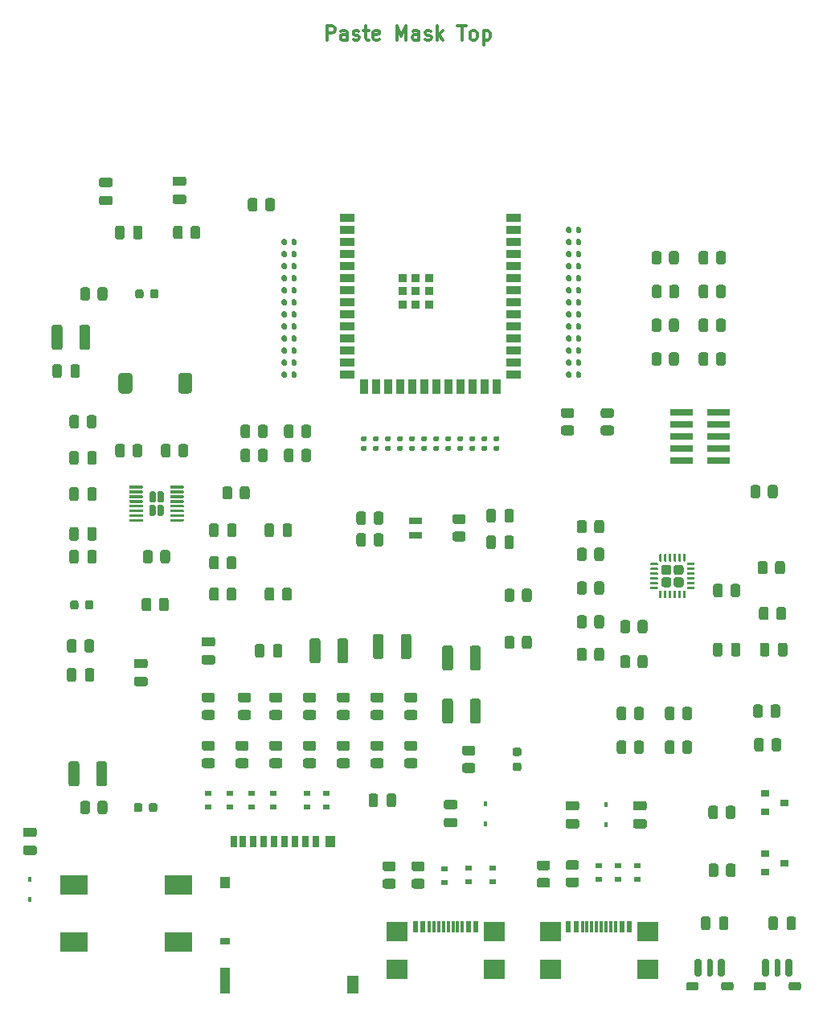
<source format=gbr>
%TF.GenerationSoftware,KiCad,Pcbnew,(5.1.12)-1*%
%TF.CreationDate,2022-03-11T14:49:08+01:00*%
%TF.ProjectId,ESP_S3-CP-24_Platform,4553505f-5333-42d4-9350-2d32345f506c,R0.8*%
%TF.SameCoordinates,Original*%
%TF.FileFunction,Paste,Top*%
%TF.FilePolarity,Positive*%
%FSLAX46Y46*%
G04 Gerber Fmt 4.6, Leading zero omitted, Abs format (unit mm)*
G04 Created by KiCad (PCBNEW (5.1.12)-1) date 2022-03-11 14:49:08*
%MOMM*%
%LPD*%
G01*
G04 APERTURE LIST*
%ADD10C,0.300000*%
%ADD11R,2.180000X2.000000*%
%ADD12R,0.300000X1.150000*%
%ADD13R,0.600000X1.150000*%
%ADD14R,0.700000X0.600000*%
%ADD15R,3.000000X2.000000*%
%ADD16R,0.900000X0.800000*%
%ADD17R,1.400000X0.700000*%
%ADD18R,1.500000X0.900000*%
%ADD19R,0.900000X1.500000*%
%ADD20R,0.900000X0.900000*%
%ADD21R,0.450000X0.600000*%
%ADD22R,2.400000X0.740000*%
%ADD23R,0.700000X1.200000*%
%ADD24R,1.000000X1.200000*%
%ADD25R,1.000000X0.800000*%
%ADD26R,1.000000X2.800000*%
%ADD27R,1.300000X1.900000*%
G04 APERTURE END LIST*
D10*
X201966571Y-108120571D02*
X201966571Y-106620571D01*
X202538000Y-106620571D01*
X202680857Y-106692000D01*
X202752285Y-106763428D01*
X202823714Y-106906285D01*
X202823714Y-107120571D01*
X202752285Y-107263428D01*
X202680857Y-107334857D01*
X202538000Y-107406285D01*
X201966571Y-107406285D01*
X204109428Y-108120571D02*
X204109428Y-107334857D01*
X204038000Y-107192000D01*
X203895142Y-107120571D01*
X203609428Y-107120571D01*
X203466571Y-107192000D01*
X204109428Y-108049142D02*
X203966571Y-108120571D01*
X203609428Y-108120571D01*
X203466571Y-108049142D01*
X203395142Y-107906285D01*
X203395142Y-107763428D01*
X203466571Y-107620571D01*
X203609428Y-107549142D01*
X203966571Y-107549142D01*
X204109428Y-107477714D01*
X204752285Y-108049142D02*
X204895142Y-108120571D01*
X205180857Y-108120571D01*
X205323714Y-108049142D01*
X205395142Y-107906285D01*
X205395142Y-107834857D01*
X205323714Y-107692000D01*
X205180857Y-107620571D01*
X204966571Y-107620571D01*
X204823714Y-107549142D01*
X204752285Y-107406285D01*
X204752285Y-107334857D01*
X204823714Y-107192000D01*
X204966571Y-107120571D01*
X205180857Y-107120571D01*
X205323714Y-107192000D01*
X205823714Y-107120571D02*
X206395142Y-107120571D01*
X206038000Y-106620571D02*
X206038000Y-107906285D01*
X206109428Y-108049142D01*
X206252285Y-108120571D01*
X206395142Y-108120571D01*
X207466571Y-108049142D02*
X207323714Y-108120571D01*
X207038000Y-108120571D01*
X206895142Y-108049142D01*
X206823714Y-107906285D01*
X206823714Y-107334857D01*
X206895142Y-107192000D01*
X207038000Y-107120571D01*
X207323714Y-107120571D01*
X207466571Y-107192000D01*
X207538000Y-107334857D01*
X207538000Y-107477714D01*
X206823714Y-107620571D01*
X209323714Y-108120571D02*
X209323714Y-106620571D01*
X209823714Y-107692000D01*
X210323714Y-106620571D01*
X210323714Y-108120571D01*
X211680857Y-108120571D02*
X211680857Y-107334857D01*
X211609428Y-107192000D01*
X211466571Y-107120571D01*
X211180857Y-107120571D01*
X211038000Y-107192000D01*
X211680857Y-108049142D02*
X211538000Y-108120571D01*
X211180857Y-108120571D01*
X211038000Y-108049142D01*
X210966571Y-107906285D01*
X210966571Y-107763428D01*
X211038000Y-107620571D01*
X211180857Y-107549142D01*
X211538000Y-107549142D01*
X211680857Y-107477714D01*
X212323714Y-108049142D02*
X212466571Y-108120571D01*
X212752285Y-108120571D01*
X212895142Y-108049142D01*
X212966571Y-107906285D01*
X212966571Y-107834857D01*
X212895142Y-107692000D01*
X212752285Y-107620571D01*
X212538000Y-107620571D01*
X212395142Y-107549142D01*
X212323714Y-107406285D01*
X212323714Y-107334857D01*
X212395142Y-107192000D01*
X212538000Y-107120571D01*
X212752285Y-107120571D01*
X212895142Y-107192000D01*
X213609428Y-108120571D02*
X213609428Y-106620571D01*
X213752285Y-107549142D02*
X214180857Y-108120571D01*
X214180857Y-107120571D02*
X213609428Y-107692000D01*
X215752285Y-106620571D02*
X216609428Y-106620571D01*
X216180857Y-108120571D02*
X216180857Y-106620571D01*
X217323714Y-108120571D02*
X217180857Y-108049142D01*
X217109428Y-107977714D01*
X217038000Y-107834857D01*
X217038000Y-107406285D01*
X217109428Y-107263428D01*
X217180857Y-107192000D01*
X217323714Y-107120571D01*
X217538000Y-107120571D01*
X217680857Y-107192000D01*
X217752285Y-107263428D01*
X217823714Y-107406285D01*
X217823714Y-107834857D01*
X217752285Y-107977714D01*
X217680857Y-108049142D01*
X217538000Y-108120571D01*
X217323714Y-108120571D01*
X218466571Y-107120571D02*
X218466571Y-108620571D01*
X218466571Y-107192000D02*
X218609428Y-107120571D01*
X218895142Y-107120571D01*
X219038000Y-107192000D01*
X219109428Y-107263428D01*
X219180857Y-107406285D01*
X219180857Y-107834857D01*
X219109428Y-107977714D01*
X219038000Y-108049142D01*
X218895142Y-108120571D01*
X218609428Y-108120571D01*
X218466571Y-108049142D01*
D11*
%TO.C,J8*%
X235742000Y-205995000D03*
X225522000Y-205995000D03*
X235742000Y-202065000D03*
X225522000Y-202065000D03*
D12*
X230882000Y-201490000D03*
X230382000Y-201490000D03*
X231382000Y-201490000D03*
X229882000Y-201490000D03*
X231882000Y-201490000D03*
X229382000Y-201490000D03*
X232382000Y-201490000D03*
X228882000Y-201490000D03*
D13*
X233832000Y-201490000D03*
X233032000Y-201490000D03*
X228232000Y-201490000D03*
X227432000Y-201490000D03*
%TD*%
D11*
%TO.C,J7*%
X219613000Y-205995000D03*
X209393000Y-205995000D03*
X219613000Y-202065000D03*
X209393000Y-202065000D03*
D12*
X214753000Y-201490000D03*
X214253000Y-201490000D03*
X215253000Y-201490000D03*
X213753000Y-201490000D03*
X215753000Y-201490000D03*
X213253000Y-201490000D03*
X216253000Y-201490000D03*
X212753000Y-201490000D03*
D13*
X217703000Y-201490000D03*
X216903000Y-201490000D03*
X212103000Y-201490000D03*
X211303000Y-201490000D03*
%TD*%
D14*
%TO.C,D19*%
X191770000Y-188914000D03*
X191770000Y-187514000D03*
%TD*%
%TO.C,D18*%
X189484000Y-188914000D03*
X189484000Y-187514000D03*
%TD*%
%TO.C,D17*%
X201930000Y-188914000D03*
X201930000Y-187514000D03*
%TD*%
%TO.C,D16*%
X199898000Y-188914000D03*
X199898000Y-187514000D03*
%TD*%
%TO.C,D15*%
X196342000Y-188914000D03*
X196342000Y-187514000D03*
%TD*%
%TO.C,D14*%
X194056000Y-188914000D03*
X194056000Y-187514000D03*
%TD*%
%TO.C,D10*%
X230632000Y-196534000D03*
X230632000Y-195134000D03*
%TD*%
%TO.C,D9*%
X214376000Y-196853000D03*
X214376000Y-195453000D03*
%TD*%
%TO.C,D8*%
X232664000Y-196534000D03*
X232664000Y-195134000D03*
%TD*%
%TO.C,D7*%
X216916000Y-196788000D03*
X216916000Y-195388000D03*
%TD*%
%TO.C,D6*%
X234696000Y-196534000D03*
X234696000Y-195134000D03*
%TD*%
%TO.C,D5*%
X219456000Y-196788000D03*
X219456000Y-195388000D03*
%TD*%
%TO.C,C26*%
G36*
G01*
X207371000Y-187739000D02*
X207371000Y-188689000D01*
G75*
G02*
X207121000Y-188939000I-250000J0D01*
G01*
X206621000Y-188939000D01*
G75*
G02*
X206371000Y-188689000I0J250000D01*
G01*
X206371000Y-187739000D01*
G75*
G02*
X206621000Y-187489000I250000J0D01*
G01*
X207121000Y-187489000D01*
G75*
G02*
X207371000Y-187739000I0J-250000D01*
G01*
G37*
G36*
G01*
X209271000Y-187739000D02*
X209271000Y-188689000D01*
G75*
G02*
X209021000Y-188939000I-250000J0D01*
G01*
X208521000Y-188939000D01*
G75*
G02*
X208271000Y-188689000I0J250000D01*
G01*
X208271000Y-187739000D01*
G75*
G02*
X208521000Y-187489000I250000J0D01*
G01*
X209021000Y-187489000D01*
G75*
G02*
X209271000Y-187739000I0J-250000D01*
G01*
G37*
%TD*%
%TO.C,C24*%
G36*
G01*
X186911000Y-123502000D02*
X185961000Y-123502000D01*
G75*
G02*
X185711000Y-123252000I0J250000D01*
G01*
X185711000Y-122752000D01*
G75*
G02*
X185961000Y-122502000I250000J0D01*
G01*
X186911000Y-122502000D01*
G75*
G02*
X187161000Y-122752000I0J-250000D01*
G01*
X187161000Y-123252000D01*
G75*
G02*
X186911000Y-123502000I-250000J0D01*
G01*
G37*
G36*
G01*
X186911000Y-125402000D02*
X185961000Y-125402000D01*
G75*
G02*
X185711000Y-125152000I0J250000D01*
G01*
X185711000Y-124652000D01*
G75*
G02*
X185961000Y-124402000I250000J0D01*
G01*
X186911000Y-124402000D01*
G75*
G02*
X187161000Y-124652000I0J-250000D01*
G01*
X187161000Y-125152000D01*
G75*
G02*
X186911000Y-125402000I-250000J0D01*
G01*
G37*
%TD*%
%TO.C,C13*%
G36*
G01*
X181897000Y-175202000D02*
X182847000Y-175202000D01*
G75*
G02*
X183097000Y-175452000I0J-250000D01*
G01*
X183097000Y-175952000D01*
G75*
G02*
X182847000Y-176202000I-250000J0D01*
G01*
X181897000Y-176202000D01*
G75*
G02*
X181647000Y-175952000I0J250000D01*
G01*
X181647000Y-175452000D01*
G75*
G02*
X181897000Y-175202000I250000J0D01*
G01*
G37*
G36*
G01*
X181897000Y-173302000D02*
X182847000Y-173302000D01*
G75*
G02*
X183097000Y-173552000I0J-250000D01*
G01*
X183097000Y-174052000D01*
G75*
G02*
X182847000Y-174302000I-250000J0D01*
G01*
X181897000Y-174302000D01*
G75*
G02*
X181647000Y-174052000I0J250000D01*
G01*
X181647000Y-173552000D01*
G75*
G02*
X181897000Y-173302000I250000J0D01*
G01*
G37*
%TD*%
%TO.C,C6*%
G36*
G01*
X171163000Y-192082000D02*
X170213000Y-192082000D01*
G75*
G02*
X169963000Y-191832000I0J250000D01*
G01*
X169963000Y-191332000D01*
G75*
G02*
X170213000Y-191082000I250000J0D01*
G01*
X171163000Y-191082000D01*
G75*
G02*
X171413000Y-191332000I0J-250000D01*
G01*
X171413000Y-191832000D01*
G75*
G02*
X171163000Y-192082000I-250000J0D01*
G01*
G37*
G36*
G01*
X171163000Y-193982000D02*
X170213000Y-193982000D01*
G75*
G02*
X169963000Y-193732000I0J250000D01*
G01*
X169963000Y-193232000D01*
G75*
G02*
X170213000Y-192982000I250000J0D01*
G01*
X171163000Y-192982000D01*
G75*
G02*
X171413000Y-193232000I0J-250000D01*
G01*
X171413000Y-193732000D01*
G75*
G02*
X171163000Y-193982000I-250000J0D01*
G01*
G37*
%TD*%
%TO.C,C4*%
G36*
G01*
X196284000Y-172941000D02*
X196284000Y-171991000D01*
G75*
G02*
X196534000Y-171741000I250000J0D01*
G01*
X197034000Y-171741000D01*
G75*
G02*
X197284000Y-171991000I0J-250000D01*
G01*
X197284000Y-172941000D01*
G75*
G02*
X197034000Y-173191000I-250000J0D01*
G01*
X196534000Y-173191000D01*
G75*
G02*
X196284000Y-172941000I0J250000D01*
G01*
G37*
G36*
G01*
X194384000Y-172941000D02*
X194384000Y-171991000D01*
G75*
G02*
X194634000Y-171741000I250000J0D01*
G01*
X195134000Y-171741000D01*
G75*
G02*
X195384000Y-171991000I0J-250000D01*
G01*
X195384000Y-172941000D01*
G75*
G02*
X195134000Y-173191000I-250000J0D01*
G01*
X194634000Y-173191000D01*
G75*
G02*
X194384000Y-172941000I0J250000D01*
G01*
G37*
%TD*%
%TO.C,U1*%
G36*
G01*
X184093000Y-158104500D02*
X184093000Y-157259500D01*
G75*
G02*
X184265500Y-157087000I172500J0D01*
G01*
X184610500Y-157087000D01*
G75*
G02*
X184783000Y-157259500I0J-172500D01*
G01*
X184783000Y-158104500D01*
G75*
G02*
X184610500Y-158277000I-172500J0D01*
G01*
X184265500Y-158277000D01*
G75*
G02*
X184093000Y-158104500I0J172500D01*
G01*
G37*
G36*
G01*
X184093000Y-156684500D02*
X184093000Y-155839500D01*
G75*
G02*
X184265500Y-155667000I172500J0D01*
G01*
X184610500Y-155667000D01*
G75*
G02*
X184783000Y-155839500I0J-172500D01*
G01*
X184783000Y-156684500D01*
G75*
G02*
X184610500Y-156857000I-172500J0D01*
G01*
X184265500Y-156857000D01*
G75*
G02*
X184093000Y-156684500I0J172500D01*
G01*
G37*
G36*
G01*
X183263000Y-158104500D02*
X183263000Y-157259500D01*
G75*
G02*
X183435500Y-157087000I172500J0D01*
G01*
X183780500Y-157087000D01*
G75*
G02*
X183953000Y-157259500I0J-172500D01*
G01*
X183953000Y-158104500D01*
G75*
G02*
X183780500Y-158277000I-172500J0D01*
G01*
X183435500Y-158277000D01*
G75*
G02*
X183263000Y-158104500I0J172500D01*
G01*
G37*
G36*
G01*
X183263000Y-156684500D02*
X183263000Y-155839500D01*
G75*
G02*
X183435500Y-155667000I172500J0D01*
G01*
X183780500Y-155667000D01*
G75*
G02*
X183953000Y-155839500I0J-172500D01*
G01*
X183953000Y-156684500D01*
G75*
G02*
X183780500Y-156857000I-172500J0D01*
G01*
X183435500Y-156857000D01*
G75*
G02*
X183263000Y-156684500I0J172500D01*
G01*
G37*
G36*
G01*
X185448000Y-155297000D02*
X185448000Y-155147000D01*
G75*
G02*
X185523000Y-155072000I75000J0D01*
G01*
X186823000Y-155072000D01*
G75*
G02*
X186898000Y-155147000I0J-75000D01*
G01*
X186898000Y-155297000D01*
G75*
G02*
X186823000Y-155372000I-75000J0D01*
G01*
X185523000Y-155372000D01*
G75*
G02*
X185448000Y-155297000I0J75000D01*
G01*
G37*
G36*
G01*
X185448000Y-155797000D02*
X185448000Y-155647000D01*
G75*
G02*
X185523000Y-155572000I75000J0D01*
G01*
X186823000Y-155572000D01*
G75*
G02*
X186898000Y-155647000I0J-75000D01*
G01*
X186898000Y-155797000D01*
G75*
G02*
X186823000Y-155872000I-75000J0D01*
G01*
X185523000Y-155872000D01*
G75*
G02*
X185448000Y-155797000I0J75000D01*
G01*
G37*
G36*
G01*
X185448000Y-156297000D02*
X185448000Y-156147000D01*
G75*
G02*
X185523000Y-156072000I75000J0D01*
G01*
X186823000Y-156072000D01*
G75*
G02*
X186898000Y-156147000I0J-75000D01*
G01*
X186898000Y-156297000D01*
G75*
G02*
X186823000Y-156372000I-75000J0D01*
G01*
X185523000Y-156372000D01*
G75*
G02*
X185448000Y-156297000I0J75000D01*
G01*
G37*
G36*
G01*
X185448000Y-156797000D02*
X185448000Y-156647000D01*
G75*
G02*
X185523000Y-156572000I75000J0D01*
G01*
X186823000Y-156572000D01*
G75*
G02*
X186898000Y-156647000I0J-75000D01*
G01*
X186898000Y-156797000D01*
G75*
G02*
X186823000Y-156872000I-75000J0D01*
G01*
X185523000Y-156872000D01*
G75*
G02*
X185448000Y-156797000I0J75000D01*
G01*
G37*
G36*
G01*
X185448000Y-157297000D02*
X185448000Y-157147000D01*
G75*
G02*
X185523000Y-157072000I75000J0D01*
G01*
X186823000Y-157072000D01*
G75*
G02*
X186898000Y-157147000I0J-75000D01*
G01*
X186898000Y-157297000D01*
G75*
G02*
X186823000Y-157372000I-75000J0D01*
G01*
X185523000Y-157372000D01*
G75*
G02*
X185448000Y-157297000I0J75000D01*
G01*
G37*
G36*
G01*
X185448000Y-157797000D02*
X185448000Y-157647000D01*
G75*
G02*
X185523000Y-157572000I75000J0D01*
G01*
X186823000Y-157572000D01*
G75*
G02*
X186898000Y-157647000I0J-75000D01*
G01*
X186898000Y-157797000D01*
G75*
G02*
X186823000Y-157872000I-75000J0D01*
G01*
X185523000Y-157872000D01*
G75*
G02*
X185448000Y-157797000I0J75000D01*
G01*
G37*
G36*
G01*
X185448000Y-158297000D02*
X185448000Y-158147000D01*
G75*
G02*
X185523000Y-158072000I75000J0D01*
G01*
X186823000Y-158072000D01*
G75*
G02*
X186898000Y-158147000I0J-75000D01*
G01*
X186898000Y-158297000D01*
G75*
G02*
X186823000Y-158372000I-75000J0D01*
G01*
X185523000Y-158372000D01*
G75*
G02*
X185448000Y-158297000I0J75000D01*
G01*
G37*
G36*
G01*
X185448000Y-158797000D02*
X185448000Y-158647000D01*
G75*
G02*
X185523000Y-158572000I75000J0D01*
G01*
X186823000Y-158572000D01*
G75*
G02*
X186898000Y-158647000I0J-75000D01*
G01*
X186898000Y-158797000D01*
G75*
G02*
X186823000Y-158872000I-75000J0D01*
G01*
X185523000Y-158872000D01*
G75*
G02*
X185448000Y-158797000I0J75000D01*
G01*
G37*
G36*
G01*
X181148000Y-158797000D02*
X181148000Y-158647000D01*
G75*
G02*
X181223000Y-158572000I75000J0D01*
G01*
X182523000Y-158572000D01*
G75*
G02*
X182598000Y-158647000I0J-75000D01*
G01*
X182598000Y-158797000D01*
G75*
G02*
X182523000Y-158872000I-75000J0D01*
G01*
X181223000Y-158872000D01*
G75*
G02*
X181148000Y-158797000I0J75000D01*
G01*
G37*
G36*
G01*
X181148000Y-158297000D02*
X181148000Y-158147000D01*
G75*
G02*
X181223000Y-158072000I75000J0D01*
G01*
X182523000Y-158072000D01*
G75*
G02*
X182598000Y-158147000I0J-75000D01*
G01*
X182598000Y-158297000D01*
G75*
G02*
X182523000Y-158372000I-75000J0D01*
G01*
X181223000Y-158372000D01*
G75*
G02*
X181148000Y-158297000I0J75000D01*
G01*
G37*
G36*
G01*
X181148000Y-157797000D02*
X181148000Y-157647000D01*
G75*
G02*
X181223000Y-157572000I75000J0D01*
G01*
X182523000Y-157572000D01*
G75*
G02*
X182598000Y-157647000I0J-75000D01*
G01*
X182598000Y-157797000D01*
G75*
G02*
X182523000Y-157872000I-75000J0D01*
G01*
X181223000Y-157872000D01*
G75*
G02*
X181148000Y-157797000I0J75000D01*
G01*
G37*
G36*
G01*
X181148000Y-157297000D02*
X181148000Y-157147000D01*
G75*
G02*
X181223000Y-157072000I75000J0D01*
G01*
X182523000Y-157072000D01*
G75*
G02*
X182598000Y-157147000I0J-75000D01*
G01*
X182598000Y-157297000D01*
G75*
G02*
X182523000Y-157372000I-75000J0D01*
G01*
X181223000Y-157372000D01*
G75*
G02*
X181148000Y-157297000I0J75000D01*
G01*
G37*
G36*
G01*
X181148000Y-156797000D02*
X181148000Y-156647000D01*
G75*
G02*
X181223000Y-156572000I75000J0D01*
G01*
X182523000Y-156572000D01*
G75*
G02*
X182598000Y-156647000I0J-75000D01*
G01*
X182598000Y-156797000D01*
G75*
G02*
X182523000Y-156872000I-75000J0D01*
G01*
X181223000Y-156872000D01*
G75*
G02*
X181148000Y-156797000I0J75000D01*
G01*
G37*
G36*
G01*
X181148000Y-156297000D02*
X181148000Y-156147000D01*
G75*
G02*
X181223000Y-156072000I75000J0D01*
G01*
X182523000Y-156072000D01*
G75*
G02*
X182598000Y-156147000I0J-75000D01*
G01*
X182598000Y-156297000D01*
G75*
G02*
X182523000Y-156372000I-75000J0D01*
G01*
X181223000Y-156372000D01*
G75*
G02*
X181148000Y-156297000I0J75000D01*
G01*
G37*
G36*
G01*
X181148000Y-155797000D02*
X181148000Y-155647000D01*
G75*
G02*
X181223000Y-155572000I75000J0D01*
G01*
X182523000Y-155572000D01*
G75*
G02*
X182598000Y-155647000I0J-75000D01*
G01*
X182598000Y-155797000D01*
G75*
G02*
X182523000Y-155872000I-75000J0D01*
G01*
X181223000Y-155872000D01*
G75*
G02*
X181148000Y-155797000I0J75000D01*
G01*
G37*
G36*
G01*
X181148000Y-155297000D02*
X181148000Y-155147000D01*
G75*
G02*
X181223000Y-155072000I75000J0D01*
G01*
X182523000Y-155072000D01*
G75*
G02*
X182598000Y-155147000I0J-75000D01*
G01*
X182598000Y-155297000D01*
G75*
G02*
X182523000Y-155372000I-75000J0D01*
G01*
X181223000Y-155372000D01*
G75*
G02*
X181148000Y-155297000I0J75000D01*
G01*
G37*
%TD*%
%TO.C,U2*%
G36*
G01*
X239304001Y-164467000D02*
X238753999Y-164467000D01*
G75*
G02*
X238504000Y-164217001I0J249999D01*
G01*
X238504000Y-163666999D01*
G75*
G02*
X238753999Y-163417000I249999J0D01*
G01*
X239304001Y-163417000D01*
G75*
G02*
X239554000Y-163666999I0J-249999D01*
G01*
X239554000Y-164217001D01*
G75*
G02*
X239304001Y-164467000I-249999J0D01*
G01*
G37*
G36*
G01*
X238004001Y-164467000D02*
X237453999Y-164467000D01*
G75*
G02*
X237204000Y-164217001I0J249999D01*
G01*
X237204000Y-163666999D01*
G75*
G02*
X237453999Y-163417000I249999J0D01*
G01*
X238004001Y-163417000D01*
G75*
G02*
X238254000Y-163666999I0J-249999D01*
G01*
X238254000Y-164217001D01*
G75*
G02*
X238004001Y-164467000I-249999J0D01*
G01*
G37*
G36*
G01*
X239304001Y-165767000D02*
X238753999Y-165767000D01*
G75*
G02*
X238504000Y-165517001I0J249999D01*
G01*
X238504000Y-164966999D01*
G75*
G02*
X238753999Y-164717000I249999J0D01*
G01*
X239304001Y-164717000D01*
G75*
G02*
X239554000Y-164966999I0J-249999D01*
G01*
X239554000Y-165517001D01*
G75*
G02*
X239304001Y-165767000I-249999J0D01*
G01*
G37*
G36*
G01*
X238004001Y-165767000D02*
X237453999Y-165767000D01*
G75*
G02*
X237204000Y-165517001I0J249999D01*
G01*
X237204000Y-164966999D01*
G75*
G02*
X237453999Y-164717000I249999J0D01*
G01*
X238004001Y-164717000D01*
G75*
G02*
X238254000Y-164966999I0J-249999D01*
G01*
X238254000Y-165517001D01*
G75*
G02*
X238004001Y-165767000I-249999J0D01*
G01*
G37*
G36*
G01*
X236791500Y-165967000D02*
X236091500Y-165967000D01*
G75*
G02*
X236029000Y-165904500I0J62500D01*
G01*
X236029000Y-165779500D01*
G75*
G02*
X236091500Y-165717000I62500J0D01*
G01*
X236791500Y-165717000D01*
G75*
G02*
X236854000Y-165779500I0J-62500D01*
G01*
X236854000Y-165904500D01*
G75*
G02*
X236791500Y-165967000I-62500J0D01*
G01*
G37*
G36*
G01*
X236791500Y-165467000D02*
X236091500Y-165467000D01*
G75*
G02*
X236029000Y-165404500I0J62500D01*
G01*
X236029000Y-165279500D01*
G75*
G02*
X236091500Y-165217000I62500J0D01*
G01*
X236791500Y-165217000D01*
G75*
G02*
X236854000Y-165279500I0J-62500D01*
G01*
X236854000Y-165404500D01*
G75*
G02*
X236791500Y-165467000I-62500J0D01*
G01*
G37*
G36*
G01*
X236791500Y-164967000D02*
X236091500Y-164967000D01*
G75*
G02*
X236029000Y-164904500I0J62500D01*
G01*
X236029000Y-164779500D01*
G75*
G02*
X236091500Y-164717000I62500J0D01*
G01*
X236791500Y-164717000D01*
G75*
G02*
X236854000Y-164779500I0J-62500D01*
G01*
X236854000Y-164904500D01*
G75*
G02*
X236791500Y-164967000I-62500J0D01*
G01*
G37*
G36*
G01*
X236791500Y-164467000D02*
X236091500Y-164467000D01*
G75*
G02*
X236029000Y-164404500I0J62500D01*
G01*
X236029000Y-164279500D01*
G75*
G02*
X236091500Y-164217000I62500J0D01*
G01*
X236791500Y-164217000D01*
G75*
G02*
X236854000Y-164279500I0J-62500D01*
G01*
X236854000Y-164404500D01*
G75*
G02*
X236791500Y-164467000I-62500J0D01*
G01*
G37*
G36*
G01*
X236791500Y-163967000D02*
X236091500Y-163967000D01*
G75*
G02*
X236029000Y-163904500I0J62500D01*
G01*
X236029000Y-163779500D01*
G75*
G02*
X236091500Y-163717000I62500J0D01*
G01*
X236791500Y-163717000D01*
G75*
G02*
X236854000Y-163779500I0J-62500D01*
G01*
X236854000Y-163904500D01*
G75*
G02*
X236791500Y-163967000I-62500J0D01*
G01*
G37*
G36*
G01*
X236791500Y-163467000D02*
X236091500Y-163467000D01*
G75*
G02*
X236029000Y-163404500I0J62500D01*
G01*
X236029000Y-163279500D01*
G75*
G02*
X236091500Y-163217000I62500J0D01*
G01*
X236791500Y-163217000D01*
G75*
G02*
X236854000Y-163279500I0J-62500D01*
G01*
X236854000Y-163404500D01*
G75*
G02*
X236791500Y-163467000I-62500J0D01*
G01*
G37*
G36*
G01*
X237191500Y-163067000D02*
X237066500Y-163067000D01*
G75*
G02*
X237004000Y-163004500I0J62500D01*
G01*
X237004000Y-162304500D01*
G75*
G02*
X237066500Y-162242000I62500J0D01*
G01*
X237191500Y-162242000D01*
G75*
G02*
X237254000Y-162304500I0J-62500D01*
G01*
X237254000Y-163004500D01*
G75*
G02*
X237191500Y-163067000I-62500J0D01*
G01*
G37*
G36*
G01*
X237691500Y-163067000D02*
X237566500Y-163067000D01*
G75*
G02*
X237504000Y-163004500I0J62500D01*
G01*
X237504000Y-162304500D01*
G75*
G02*
X237566500Y-162242000I62500J0D01*
G01*
X237691500Y-162242000D01*
G75*
G02*
X237754000Y-162304500I0J-62500D01*
G01*
X237754000Y-163004500D01*
G75*
G02*
X237691500Y-163067000I-62500J0D01*
G01*
G37*
G36*
G01*
X238191500Y-163067000D02*
X238066500Y-163067000D01*
G75*
G02*
X238004000Y-163004500I0J62500D01*
G01*
X238004000Y-162304500D01*
G75*
G02*
X238066500Y-162242000I62500J0D01*
G01*
X238191500Y-162242000D01*
G75*
G02*
X238254000Y-162304500I0J-62500D01*
G01*
X238254000Y-163004500D01*
G75*
G02*
X238191500Y-163067000I-62500J0D01*
G01*
G37*
G36*
G01*
X238691500Y-163067000D02*
X238566500Y-163067000D01*
G75*
G02*
X238504000Y-163004500I0J62500D01*
G01*
X238504000Y-162304500D01*
G75*
G02*
X238566500Y-162242000I62500J0D01*
G01*
X238691500Y-162242000D01*
G75*
G02*
X238754000Y-162304500I0J-62500D01*
G01*
X238754000Y-163004500D01*
G75*
G02*
X238691500Y-163067000I-62500J0D01*
G01*
G37*
G36*
G01*
X239191500Y-163067000D02*
X239066500Y-163067000D01*
G75*
G02*
X239004000Y-163004500I0J62500D01*
G01*
X239004000Y-162304500D01*
G75*
G02*
X239066500Y-162242000I62500J0D01*
G01*
X239191500Y-162242000D01*
G75*
G02*
X239254000Y-162304500I0J-62500D01*
G01*
X239254000Y-163004500D01*
G75*
G02*
X239191500Y-163067000I-62500J0D01*
G01*
G37*
G36*
G01*
X239691500Y-163067000D02*
X239566500Y-163067000D01*
G75*
G02*
X239504000Y-163004500I0J62500D01*
G01*
X239504000Y-162304500D01*
G75*
G02*
X239566500Y-162242000I62500J0D01*
G01*
X239691500Y-162242000D01*
G75*
G02*
X239754000Y-162304500I0J-62500D01*
G01*
X239754000Y-163004500D01*
G75*
G02*
X239691500Y-163067000I-62500J0D01*
G01*
G37*
G36*
G01*
X240666500Y-163467000D02*
X239966500Y-163467000D01*
G75*
G02*
X239904000Y-163404500I0J62500D01*
G01*
X239904000Y-163279500D01*
G75*
G02*
X239966500Y-163217000I62500J0D01*
G01*
X240666500Y-163217000D01*
G75*
G02*
X240729000Y-163279500I0J-62500D01*
G01*
X240729000Y-163404500D01*
G75*
G02*
X240666500Y-163467000I-62500J0D01*
G01*
G37*
G36*
G01*
X240666500Y-163967000D02*
X239966500Y-163967000D01*
G75*
G02*
X239904000Y-163904500I0J62500D01*
G01*
X239904000Y-163779500D01*
G75*
G02*
X239966500Y-163717000I62500J0D01*
G01*
X240666500Y-163717000D01*
G75*
G02*
X240729000Y-163779500I0J-62500D01*
G01*
X240729000Y-163904500D01*
G75*
G02*
X240666500Y-163967000I-62500J0D01*
G01*
G37*
G36*
G01*
X240666500Y-164467000D02*
X239966500Y-164467000D01*
G75*
G02*
X239904000Y-164404500I0J62500D01*
G01*
X239904000Y-164279500D01*
G75*
G02*
X239966500Y-164217000I62500J0D01*
G01*
X240666500Y-164217000D01*
G75*
G02*
X240729000Y-164279500I0J-62500D01*
G01*
X240729000Y-164404500D01*
G75*
G02*
X240666500Y-164467000I-62500J0D01*
G01*
G37*
G36*
G01*
X240666500Y-164967000D02*
X239966500Y-164967000D01*
G75*
G02*
X239904000Y-164904500I0J62500D01*
G01*
X239904000Y-164779500D01*
G75*
G02*
X239966500Y-164717000I62500J0D01*
G01*
X240666500Y-164717000D01*
G75*
G02*
X240729000Y-164779500I0J-62500D01*
G01*
X240729000Y-164904500D01*
G75*
G02*
X240666500Y-164967000I-62500J0D01*
G01*
G37*
G36*
G01*
X240666500Y-165467000D02*
X239966500Y-165467000D01*
G75*
G02*
X239904000Y-165404500I0J62500D01*
G01*
X239904000Y-165279500D01*
G75*
G02*
X239966500Y-165217000I62500J0D01*
G01*
X240666500Y-165217000D01*
G75*
G02*
X240729000Y-165279500I0J-62500D01*
G01*
X240729000Y-165404500D01*
G75*
G02*
X240666500Y-165467000I-62500J0D01*
G01*
G37*
G36*
G01*
X240666500Y-165967000D02*
X239966500Y-165967000D01*
G75*
G02*
X239904000Y-165904500I0J62500D01*
G01*
X239904000Y-165779500D01*
G75*
G02*
X239966500Y-165717000I62500J0D01*
G01*
X240666500Y-165717000D01*
G75*
G02*
X240729000Y-165779500I0J-62500D01*
G01*
X240729000Y-165904500D01*
G75*
G02*
X240666500Y-165967000I-62500J0D01*
G01*
G37*
G36*
G01*
X239691500Y-166942000D02*
X239566500Y-166942000D01*
G75*
G02*
X239504000Y-166879500I0J62500D01*
G01*
X239504000Y-166179500D01*
G75*
G02*
X239566500Y-166117000I62500J0D01*
G01*
X239691500Y-166117000D01*
G75*
G02*
X239754000Y-166179500I0J-62500D01*
G01*
X239754000Y-166879500D01*
G75*
G02*
X239691500Y-166942000I-62500J0D01*
G01*
G37*
G36*
G01*
X239191500Y-166942000D02*
X239066500Y-166942000D01*
G75*
G02*
X239004000Y-166879500I0J62500D01*
G01*
X239004000Y-166179500D01*
G75*
G02*
X239066500Y-166117000I62500J0D01*
G01*
X239191500Y-166117000D01*
G75*
G02*
X239254000Y-166179500I0J-62500D01*
G01*
X239254000Y-166879500D01*
G75*
G02*
X239191500Y-166942000I-62500J0D01*
G01*
G37*
G36*
G01*
X238691500Y-166942000D02*
X238566500Y-166942000D01*
G75*
G02*
X238504000Y-166879500I0J62500D01*
G01*
X238504000Y-166179500D01*
G75*
G02*
X238566500Y-166117000I62500J0D01*
G01*
X238691500Y-166117000D01*
G75*
G02*
X238754000Y-166179500I0J-62500D01*
G01*
X238754000Y-166879500D01*
G75*
G02*
X238691500Y-166942000I-62500J0D01*
G01*
G37*
G36*
G01*
X238191500Y-166942000D02*
X238066500Y-166942000D01*
G75*
G02*
X238004000Y-166879500I0J62500D01*
G01*
X238004000Y-166179500D01*
G75*
G02*
X238066500Y-166117000I62500J0D01*
G01*
X238191500Y-166117000D01*
G75*
G02*
X238254000Y-166179500I0J-62500D01*
G01*
X238254000Y-166879500D01*
G75*
G02*
X238191500Y-166942000I-62500J0D01*
G01*
G37*
G36*
G01*
X237691500Y-166942000D02*
X237566500Y-166942000D01*
G75*
G02*
X237504000Y-166879500I0J62500D01*
G01*
X237504000Y-166179500D01*
G75*
G02*
X237566500Y-166117000I62500J0D01*
G01*
X237691500Y-166117000D01*
G75*
G02*
X237754000Y-166179500I0J-62500D01*
G01*
X237754000Y-166879500D01*
G75*
G02*
X237691500Y-166942000I-62500J0D01*
G01*
G37*
G36*
G01*
X237191500Y-166942000D02*
X237066500Y-166942000D01*
G75*
G02*
X237004000Y-166879500I0J62500D01*
G01*
X237004000Y-166179500D01*
G75*
G02*
X237066500Y-166117000I62500J0D01*
G01*
X237191500Y-166117000D01*
G75*
G02*
X237254000Y-166179500I0J-62500D01*
G01*
X237254000Y-166879500D01*
G75*
G02*
X237191500Y-166942000I-62500J0D01*
G01*
G37*
%TD*%
D15*
%TO.C,J4*%
X186348000Y-203152000D03*
X186348000Y-197152000D03*
X175348000Y-197152000D03*
X175348000Y-203152000D03*
%TD*%
%TO.C,R36*%
G36*
G01*
X243694000Y-165665998D02*
X243694000Y-166566002D01*
G75*
G02*
X243444002Y-166816000I-249998J0D01*
G01*
X242918998Y-166816000D01*
G75*
G02*
X242669000Y-166566002I0J249998D01*
G01*
X242669000Y-165665998D01*
G75*
G02*
X242918998Y-165416000I249998J0D01*
G01*
X243444002Y-165416000D01*
G75*
G02*
X243694000Y-165665998I0J-249998D01*
G01*
G37*
G36*
G01*
X245519000Y-165665998D02*
X245519000Y-166566002D01*
G75*
G02*
X245269002Y-166816000I-249998J0D01*
G01*
X244743998Y-166816000D01*
G75*
G02*
X244494000Y-166566002I0J249998D01*
G01*
X244494000Y-165665998D01*
G75*
G02*
X244743998Y-165416000I249998J0D01*
G01*
X245269002Y-165416000D01*
G75*
G02*
X245519000Y-165665998I0J-249998D01*
G01*
G37*
%TD*%
%TO.C,R93*%
G36*
G01*
X222523000Y-172027002D02*
X222523000Y-171126998D01*
G75*
G02*
X222772998Y-170877000I249998J0D01*
G01*
X223298002Y-170877000D01*
G75*
G02*
X223548000Y-171126998I0J-249998D01*
G01*
X223548000Y-172027002D01*
G75*
G02*
X223298002Y-172277000I-249998J0D01*
G01*
X222772998Y-172277000D01*
G75*
G02*
X222523000Y-172027002I0J249998D01*
G01*
G37*
G36*
G01*
X220698000Y-172027002D02*
X220698000Y-171126998D01*
G75*
G02*
X220947998Y-170877000I249998J0D01*
G01*
X221473002Y-170877000D01*
G75*
G02*
X221723000Y-171126998I0J-249998D01*
G01*
X221723000Y-172027002D01*
G75*
G02*
X221473002Y-172277000I-249998J0D01*
G01*
X220947998Y-172277000D01*
G75*
G02*
X220698000Y-172027002I0J249998D01*
G01*
G37*
%TD*%
%TO.C,R92*%
G36*
G01*
X230143000Y-166312002D02*
X230143000Y-165411998D01*
G75*
G02*
X230392998Y-165162000I249998J0D01*
G01*
X230918002Y-165162000D01*
G75*
G02*
X231168000Y-165411998I0J-249998D01*
G01*
X231168000Y-166312002D01*
G75*
G02*
X230918002Y-166562000I-249998J0D01*
G01*
X230392998Y-166562000D01*
G75*
G02*
X230143000Y-166312002I0J249998D01*
G01*
G37*
G36*
G01*
X228318000Y-166312002D02*
X228318000Y-165411998D01*
G75*
G02*
X228567998Y-165162000I249998J0D01*
G01*
X229093002Y-165162000D01*
G75*
G02*
X229343000Y-165411998I0J-249998D01*
G01*
X229343000Y-166312002D01*
G75*
G02*
X229093002Y-166562000I-249998J0D01*
G01*
X228567998Y-166562000D01*
G75*
G02*
X228318000Y-166312002I0J249998D01*
G01*
G37*
%TD*%
%TO.C,R91*%
G36*
G01*
X230143000Y-169868002D02*
X230143000Y-168967998D01*
G75*
G02*
X230392998Y-168718000I249998J0D01*
G01*
X230918002Y-168718000D01*
G75*
G02*
X231168000Y-168967998I0J-249998D01*
G01*
X231168000Y-169868002D01*
G75*
G02*
X230918002Y-170118000I-249998J0D01*
G01*
X230392998Y-170118000D01*
G75*
G02*
X230143000Y-169868002I0J249998D01*
G01*
G37*
G36*
G01*
X228318000Y-169868002D02*
X228318000Y-168967998D01*
G75*
G02*
X228567998Y-168718000I249998J0D01*
G01*
X229093002Y-168718000D01*
G75*
G02*
X229343000Y-168967998I0J-249998D01*
G01*
X229343000Y-169868002D01*
G75*
G02*
X229093002Y-170118000I-249998J0D01*
G01*
X228567998Y-170118000D01*
G75*
G02*
X228318000Y-169868002I0J249998D01*
G01*
G37*
%TD*%
%TO.C,R43*%
G36*
G01*
X230143000Y-162756002D02*
X230143000Y-161855998D01*
G75*
G02*
X230392998Y-161606000I249998J0D01*
G01*
X230918002Y-161606000D01*
G75*
G02*
X231168000Y-161855998I0J-249998D01*
G01*
X231168000Y-162756002D01*
G75*
G02*
X230918002Y-163006000I-249998J0D01*
G01*
X230392998Y-163006000D01*
G75*
G02*
X230143000Y-162756002I0J249998D01*
G01*
G37*
G36*
G01*
X228318000Y-162756002D02*
X228318000Y-161855998D01*
G75*
G02*
X228567998Y-161606000I249998J0D01*
G01*
X229093002Y-161606000D01*
G75*
G02*
X229343000Y-161855998I0J-249998D01*
G01*
X229343000Y-162756002D01*
G75*
G02*
X229093002Y-163006000I-249998J0D01*
G01*
X228567998Y-163006000D01*
G75*
G02*
X228318000Y-162756002I0J249998D01*
G01*
G37*
%TD*%
%TO.C,R42*%
G36*
G01*
X230143000Y-159835002D02*
X230143000Y-158934998D01*
G75*
G02*
X230392998Y-158685000I249998J0D01*
G01*
X230918002Y-158685000D01*
G75*
G02*
X231168000Y-158934998I0J-249998D01*
G01*
X231168000Y-159835002D01*
G75*
G02*
X230918002Y-160085000I-249998J0D01*
G01*
X230392998Y-160085000D01*
G75*
G02*
X230143000Y-159835002I0J249998D01*
G01*
G37*
G36*
G01*
X228318000Y-159835002D02*
X228318000Y-158934998D01*
G75*
G02*
X228567998Y-158685000I249998J0D01*
G01*
X229093002Y-158685000D01*
G75*
G02*
X229343000Y-158934998I0J-249998D01*
G01*
X229343000Y-159835002D01*
G75*
G02*
X229093002Y-160085000I-249998J0D01*
G01*
X228567998Y-160085000D01*
G75*
G02*
X228318000Y-159835002I0J249998D01*
G01*
G37*
%TD*%
%TO.C,R41*%
G36*
G01*
X230143000Y-173297002D02*
X230143000Y-172396998D01*
G75*
G02*
X230392998Y-172147000I249998J0D01*
G01*
X230918002Y-172147000D01*
G75*
G02*
X231168000Y-172396998I0J-249998D01*
G01*
X231168000Y-173297002D01*
G75*
G02*
X230918002Y-173547000I-249998J0D01*
G01*
X230392998Y-173547000D01*
G75*
G02*
X230143000Y-173297002I0J249998D01*
G01*
G37*
G36*
G01*
X228318000Y-173297002D02*
X228318000Y-172396998D01*
G75*
G02*
X228567998Y-172147000I249998J0D01*
G01*
X229093002Y-172147000D01*
G75*
G02*
X229343000Y-172396998I0J-249998D01*
G01*
X229343000Y-173297002D01*
G75*
G02*
X229093002Y-173547000I-249998J0D01*
G01*
X228567998Y-173547000D01*
G75*
G02*
X228318000Y-173297002I0J249998D01*
G01*
G37*
%TD*%
%TO.C,R40*%
G36*
G01*
X249320000Y-168979002D02*
X249320000Y-168078998D01*
G75*
G02*
X249569998Y-167829000I249998J0D01*
G01*
X250095002Y-167829000D01*
G75*
G02*
X250345000Y-168078998I0J-249998D01*
G01*
X250345000Y-168979002D01*
G75*
G02*
X250095002Y-169229000I-249998J0D01*
G01*
X249569998Y-169229000D01*
G75*
G02*
X249320000Y-168979002I0J249998D01*
G01*
G37*
G36*
G01*
X247495000Y-168979002D02*
X247495000Y-168078998D01*
G75*
G02*
X247744998Y-167829000I249998J0D01*
G01*
X248270002Y-167829000D01*
G75*
G02*
X248520000Y-168078998I0J-249998D01*
G01*
X248520000Y-168979002D01*
G75*
G02*
X248270002Y-169229000I-249998J0D01*
G01*
X247744998Y-169229000D01*
G75*
G02*
X247495000Y-168979002I0J249998D01*
G01*
G37*
%TD*%
%TO.C,R39*%
G36*
G01*
X234715000Y-170376002D02*
X234715000Y-169475998D01*
G75*
G02*
X234964998Y-169226000I249998J0D01*
G01*
X235490002Y-169226000D01*
G75*
G02*
X235740000Y-169475998I0J-249998D01*
G01*
X235740000Y-170376002D01*
G75*
G02*
X235490002Y-170626000I-249998J0D01*
G01*
X234964998Y-170626000D01*
G75*
G02*
X234715000Y-170376002I0J249998D01*
G01*
G37*
G36*
G01*
X232890000Y-170376002D02*
X232890000Y-169475998D01*
G75*
G02*
X233139998Y-169226000I249998J0D01*
G01*
X233665002Y-169226000D01*
G75*
G02*
X233915000Y-169475998I0J-249998D01*
G01*
X233915000Y-170376002D01*
G75*
G02*
X233665002Y-170626000I-249998J0D01*
G01*
X233139998Y-170626000D01*
G75*
G02*
X232890000Y-170376002I0J249998D01*
G01*
G37*
%TD*%
%TO.C,R38*%
G36*
G01*
X248393000Y-163252998D02*
X248393000Y-164153002D01*
G75*
G02*
X248143002Y-164403000I-249998J0D01*
G01*
X247617998Y-164403000D01*
G75*
G02*
X247368000Y-164153002I0J249998D01*
G01*
X247368000Y-163252998D01*
G75*
G02*
X247617998Y-163003000I249998J0D01*
G01*
X248143002Y-163003000D01*
G75*
G02*
X248393000Y-163252998I0J-249998D01*
G01*
G37*
G36*
G01*
X250218000Y-163252998D02*
X250218000Y-164153002D01*
G75*
G02*
X249968002Y-164403000I-249998J0D01*
G01*
X249442998Y-164403000D01*
G75*
G02*
X249193000Y-164153002I0J249998D01*
G01*
X249193000Y-163252998D01*
G75*
G02*
X249442998Y-163003000I249998J0D01*
G01*
X249968002Y-163003000D01*
G75*
G02*
X250218000Y-163252998I0J-249998D01*
G01*
G37*
%TD*%
%TO.C,R37*%
G36*
G01*
X234715000Y-174059002D02*
X234715000Y-173158998D01*
G75*
G02*
X234964998Y-172909000I249998J0D01*
G01*
X235490002Y-172909000D01*
G75*
G02*
X235740000Y-173158998I0J-249998D01*
G01*
X235740000Y-174059002D01*
G75*
G02*
X235490002Y-174309000I-249998J0D01*
G01*
X234964998Y-174309000D01*
G75*
G02*
X234715000Y-174059002I0J249998D01*
G01*
G37*
G36*
G01*
X232890000Y-174059002D02*
X232890000Y-173158998D01*
G75*
G02*
X233139998Y-172909000I249998J0D01*
G01*
X233665002Y-172909000D01*
G75*
G02*
X233915000Y-173158998I0J-249998D01*
G01*
X233915000Y-174059002D01*
G75*
G02*
X233665002Y-174309000I-249998J0D01*
G01*
X233139998Y-174309000D01*
G75*
G02*
X232890000Y-174059002I0J249998D01*
G01*
G37*
%TD*%
%TO.C,R35*%
G36*
G01*
X243986000Y-189934002D02*
X243986000Y-189033998D01*
G75*
G02*
X244235998Y-188784000I249998J0D01*
G01*
X244761002Y-188784000D01*
G75*
G02*
X245011000Y-189033998I0J-249998D01*
G01*
X245011000Y-189934002D01*
G75*
G02*
X244761002Y-190184000I-249998J0D01*
G01*
X244235998Y-190184000D01*
G75*
G02*
X243986000Y-189934002I0J249998D01*
G01*
G37*
G36*
G01*
X242161000Y-189934002D02*
X242161000Y-189033998D01*
G75*
G02*
X242410998Y-188784000I249998J0D01*
G01*
X242936002Y-188784000D01*
G75*
G02*
X243186000Y-189033998I0J-249998D01*
G01*
X243186000Y-189934002D01*
G75*
G02*
X242936002Y-190184000I-249998J0D01*
G01*
X242410998Y-190184000D01*
G75*
G02*
X242161000Y-189934002I0J249998D01*
G01*
G37*
%TD*%
%TO.C,R34*%
G36*
G01*
X244009500Y-196030002D02*
X244009500Y-195129998D01*
G75*
G02*
X244259498Y-194880000I249998J0D01*
G01*
X244784502Y-194880000D01*
G75*
G02*
X245034500Y-195129998I0J-249998D01*
G01*
X245034500Y-196030002D01*
G75*
G02*
X244784502Y-196280000I-249998J0D01*
G01*
X244259498Y-196280000D01*
G75*
G02*
X244009500Y-196030002I0J249998D01*
G01*
G37*
G36*
G01*
X242184500Y-196030002D02*
X242184500Y-195129998D01*
G75*
G02*
X242434498Y-194880000I249998J0D01*
G01*
X242959502Y-194880000D01*
G75*
G02*
X243209500Y-195129998I0J-249998D01*
G01*
X243209500Y-196030002D01*
G75*
G02*
X242959502Y-196280000I-249998J0D01*
G01*
X242434498Y-196280000D01*
G75*
G02*
X242184500Y-196030002I0J249998D01*
G01*
G37*
%TD*%
%TO.C,R33*%
G36*
G01*
X221723000Y-166173998D02*
X221723000Y-167074002D01*
G75*
G02*
X221473002Y-167324000I-249998J0D01*
G01*
X220947998Y-167324000D01*
G75*
G02*
X220698000Y-167074002I0J249998D01*
G01*
X220698000Y-166173998D01*
G75*
G02*
X220947998Y-165924000I249998J0D01*
G01*
X221473002Y-165924000D01*
G75*
G02*
X221723000Y-166173998I0J-249998D01*
G01*
G37*
G36*
G01*
X223548000Y-166173998D02*
X223548000Y-167074002D01*
G75*
G02*
X223298002Y-167324000I-249998J0D01*
G01*
X222772998Y-167324000D01*
G75*
G02*
X222523000Y-167074002I0J249998D01*
G01*
X222523000Y-166173998D01*
G75*
G02*
X222772998Y-165924000I249998J0D01*
G01*
X223298002Y-165924000D01*
G75*
G02*
X223548000Y-166173998I0J-249998D01*
G01*
G37*
%TD*%
D16*
%TO.C,Q2*%
X250174000Y-194818000D03*
X248174000Y-195768000D03*
X248174000Y-193868000D03*
%TD*%
%TO.C,Q1*%
X250174000Y-188468000D03*
X248174000Y-189418000D03*
X248174000Y-187518000D03*
%TD*%
%TO.C,C19*%
G36*
G01*
X243644000Y-171864000D02*
X243644000Y-172814000D01*
G75*
G02*
X243394000Y-173064000I-250000J0D01*
G01*
X242894000Y-173064000D01*
G75*
G02*
X242644000Y-172814000I0J250000D01*
G01*
X242644000Y-171864000D01*
G75*
G02*
X242894000Y-171614000I250000J0D01*
G01*
X243394000Y-171614000D01*
G75*
G02*
X243644000Y-171864000I0J-250000D01*
G01*
G37*
G36*
G01*
X245544000Y-171864000D02*
X245544000Y-172814000D01*
G75*
G02*
X245294000Y-173064000I-250000J0D01*
G01*
X244794000Y-173064000D01*
G75*
G02*
X244544000Y-172814000I0J250000D01*
G01*
X244544000Y-171864000D01*
G75*
G02*
X244794000Y-171614000I250000J0D01*
G01*
X245294000Y-171614000D01*
G75*
G02*
X245544000Y-171864000I0J-250000D01*
G01*
G37*
%TD*%
%TO.C,C18*%
G36*
G01*
X249497000Y-172814000D02*
X249497000Y-171864000D01*
G75*
G02*
X249747000Y-171614000I250000J0D01*
G01*
X250247000Y-171614000D01*
G75*
G02*
X250497000Y-171864000I0J-250000D01*
G01*
X250497000Y-172814000D01*
G75*
G02*
X250247000Y-173064000I-250000J0D01*
G01*
X249747000Y-173064000D01*
G75*
G02*
X249497000Y-172814000I0J250000D01*
G01*
G37*
G36*
G01*
X247597000Y-172814000D02*
X247597000Y-171864000D01*
G75*
G02*
X247847000Y-171614000I250000J0D01*
G01*
X248347000Y-171614000D01*
G75*
G02*
X248597000Y-171864000I0J-250000D01*
G01*
X248597000Y-172814000D01*
G75*
G02*
X248347000Y-173064000I-250000J0D01*
G01*
X247847000Y-173064000D01*
G75*
G02*
X247597000Y-172814000I0J250000D01*
G01*
G37*
%TD*%
D17*
%TO.C,Y1*%
X211328000Y-160262000D03*
X211328000Y-158762000D03*
%TD*%
D18*
%TO.C,U3*%
X204102000Y-143378000D03*
X204102000Y-142108000D03*
X204102000Y-140838000D03*
X204102000Y-139568000D03*
X204102000Y-138298000D03*
X204102000Y-137028000D03*
X204102000Y-135758000D03*
X204102000Y-134488000D03*
X204102000Y-133218000D03*
X204102000Y-131948000D03*
X204102000Y-130678000D03*
X204102000Y-129408000D03*
X204102000Y-128138000D03*
X204102000Y-126868000D03*
D19*
X205867000Y-144628000D03*
X207137000Y-144628000D03*
X208407000Y-144628000D03*
X209677000Y-144628000D03*
X210947000Y-144628000D03*
X212217000Y-144628000D03*
X213487000Y-144628000D03*
X214757000Y-144628000D03*
X216027000Y-144628000D03*
X217297000Y-144628000D03*
D18*
X221602000Y-143378000D03*
X221602000Y-142108000D03*
X221602000Y-140838000D03*
X221602000Y-139568000D03*
X221602000Y-138298000D03*
X221602000Y-137028000D03*
X221602000Y-135758000D03*
X221602000Y-134488000D03*
X221602000Y-133218000D03*
X221602000Y-131948000D03*
X221602000Y-130678000D03*
X221602000Y-129408000D03*
X221602000Y-128138000D03*
X221602000Y-126868000D03*
D20*
X211352000Y-134588000D03*
D19*
X218567000Y-144628000D03*
X219837000Y-144628000D03*
D20*
X212752000Y-134588000D03*
X212752000Y-133188000D03*
X211352000Y-133188000D03*
X209952000Y-133188000D03*
X209952000Y-134588000D03*
X209952000Y-135988000D03*
X211352000Y-135988000D03*
X212752000Y-135988000D03*
%TD*%
%TO.C,C2*%
G36*
G01*
X250386000Y-201643000D02*
X250386000Y-200693000D01*
G75*
G02*
X250636000Y-200443000I250000J0D01*
G01*
X251136000Y-200443000D01*
G75*
G02*
X251386000Y-200693000I0J-250000D01*
G01*
X251386000Y-201643000D01*
G75*
G02*
X251136000Y-201893000I-250000J0D01*
G01*
X250636000Y-201893000D01*
G75*
G02*
X250386000Y-201643000I0J250000D01*
G01*
G37*
G36*
G01*
X248486000Y-201643000D02*
X248486000Y-200693000D01*
G75*
G02*
X248736000Y-200443000I250000J0D01*
G01*
X249236000Y-200443000D01*
G75*
G02*
X249486000Y-200693000I0J-250000D01*
G01*
X249486000Y-201643000D01*
G75*
G02*
X249236000Y-201893000I-250000J0D01*
G01*
X248736000Y-201893000D01*
G75*
G02*
X248486000Y-201643000I0J250000D01*
G01*
G37*
%TD*%
%TO.C,C1*%
G36*
G01*
X243274000Y-201643000D02*
X243274000Y-200693000D01*
G75*
G02*
X243524000Y-200443000I250000J0D01*
G01*
X244024000Y-200443000D01*
G75*
G02*
X244274000Y-200693000I0J-250000D01*
G01*
X244274000Y-201643000D01*
G75*
G02*
X244024000Y-201893000I-250000J0D01*
G01*
X243524000Y-201893000D01*
G75*
G02*
X243274000Y-201643000I0J250000D01*
G01*
G37*
G36*
G01*
X241374000Y-201643000D02*
X241374000Y-200693000D01*
G75*
G02*
X241624000Y-200443000I250000J0D01*
G01*
X242124000Y-200443000D01*
G75*
G02*
X242374000Y-200693000I0J-250000D01*
G01*
X242374000Y-201643000D01*
G75*
G02*
X242124000Y-201893000I-250000J0D01*
G01*
X241624000Y-201893000D01*
G75*
G02*
X241374000Y-201643000I0J250000D01*
G01*
G37*
%TD*%
%TO.C,C3*%
G36*
G01*
X189009000Y-171016000D02*
X189959000Y-171016000D01*
G75*
G02*
X190209000Y-171266000I0J-250000D01*
G01*
X190209000Y-171766000D01*
G75*
G02*
X189959000Y-172016000I-250000J0D01*
G01*
X189009000Y-172016000D01*
G75*
G02*
X188759000Y-171766000I0J250000D01*
G01*
X188759000Y-171266000D01*
G75*
G02*
X189009000Y-171016000I250000J0D01*
G01*
G37*
G36*
G01*
X189009000Y-172916000D02*
X189959000Y-172916000D01*
G75*
G02*
X190209000Y-173166000I0J-250000D01*
G01*
X190209000Y-173666000D01*
G75*
G02*
X189959000Y-173916000I-250000J0D01*
G01*
X189009000Y-173916000D01*
G75*
G02*
X188759000Y-173666000I0J250000D01*
G01*
X188759000Y-173166000D01*
G75*
G02*
X189009000Y-172916000I250000J0D01*
G01*
G37*
%TD*%
%TO.C,C5*%
G36*
G01*
X176726000Y-160622000D02*
X176726000Y-159672000D01*
G75*
G02*
X176976000Y-159422000I250000J0D01*
G01*
X177476000Y-159422000D01*
G75*
G02*
X177726000Y-159672000I0J-250000D01*
G01*
X177726000Y-160622000D01*
G75*
G02*
X177476000Y-160872000I-250000J0D01*
G01*
X176976000Y-160872000D01*
G75*
G02*
X176726000Y-160622000I0J250000D01*
G01*
G37*
G36*
G01*
X174826000Y-160622000D02*
X174826000Y-159672000D01*
G75*
G02*
X175076000Y-159422000I250000J0D01*
G01*
X175576000Y-159422000D01*
G75*
G02*
X175826000Y-159672000I0J-250000D01*
G01*
X175826000Y-160622000D01*
G75*
G02*
X175576000Y-160872000I-250000J0D01*
G01*
X175076000Y-160872000D01*
G75*
G02*
X174826000Y-160622000I0J250000D01*
G01*
G37*
%TD*%
%TO.C,C7*%
G36*
G01*
X175572000Y-174531000D02*
X175572000Y-175481000D01*
G75*
G02*
X175322000Y-175731000I-250000J0D01*
G01*
X174822000Y-175731000D01*
G75*
G02*
X174572000Y-175481000I0J250000D01*
G01*
X174572000Y-174531000D01*
G75*
G02*
X174822000Y-174281000I250000J0D01*
G01*
X175322000Y-174281000D01*
G75*
G02*
X175572000Y-174531000I0J-250000D01*
G01*
G37*
G36*
G01*
X177472000Y-174531000D02*
X177472000Y-175481000D01*
G75*
G02*
X177222000Y-175731000I-250000J0D01*
G01*
X176722000Y-175731000D01*
G75*
G02*
X176472000Y-175481000I0J250000D01*
G01*
X176472000Y-174531000D01*
G75*
G02*
X176722000Y-174281000I250000J0D01*
G01*
X177222000Y-174281000D01*
G75*
G02*
X177472000Y-174531000I0J-250000D01*
G01*
G37*
%TD*%
%TO.C,C8*%
G36*
G01*
X192458000Y-159291000D02*
X192458000Y-160241000D01*
G75*
G02*
X192208000Y-160491000I-250000J0D01*
G01*
X191708000Y-160491000D01*
G75*
G02*
X191458000Y-160241000I0J250000D01*
G01*
X191458000Y-159291000D01*
G75*
G02*
X191708000Y-159041000I250000J0D01*
G01*
X192208000Y-159041000D01*
G75*
G02*
X192458000Y-159291000I0J-250000D01*
G01*
G37*
G36*
G01*
X190558000Y-159291000D02*
X190558000Y-160241000D01*
G75*
G02*
X190308000Y-160491000I-250000J0D01*
G01*
X189808000Y-160491000D01*
G75*
G02*
X189558000Y-160241000I0J250000D01*
G01*
X189558000Y-159291000D01*
G75*
G02*
X189808000Y-159041000I250000J0D01*
G01*
X190308000Y-159041000D01*
G75*
G02*
X190558000Y-159291000I0J-250000D01*
G01*
G37*
%TD*%
%TO.C,C9*%
G36*
G01*
X177726000Y-151671000D02*
X177726000Y-152621000D01*
G75*
G02*
X177476000Y-152871000I-250000J0D01*
G01*
X176976000Y-152871000D01*
G75*
G02*
X176726000Y-152621000I0J250000D01*
G01*
X176726000Y-151671000D01*
G75*
G02*
X176976000Y-151421000I250000J0D01*
G01*
X177476000Y-151421000D01*
G75*
G02*
X177726000Y-151671000I0J-250000D01*
G01*
G37*
G36*
G01*
X175826000Y-151671000D02*
X175826000Y-152621000D01*
G75*
G02*
X175576000Y-152871000I-250000J0D01*
G01*
X175076000Y-152871000D01*
G75*
G02*
X174826000Y-152621000I0J250000D01*
G01*
X174826000Y-151671000D01*
G75*
G02*
X175076000Y-151421000I250000J0D01*
G01*
X175576000Y-151421000D01*
G75*
G02*
X175826000Y-151671000I0J-250000D01*
G01*
G37*
%TD*%
%TO.C,C10*%
G36*
G01*
X196400000Y-159291000D02*
X196400000Y-160241000D01*
G75*
G02*
X196150000Y-160491000I-250000J0D01*
G01*
X195650000Y-160491000D01*
G75*
G02*
X195400000Y-160241000I0J250000D01*
G01*
X195400000Y-159291000D01*
G75*
G02*
X195650000Y-159041000I250000J0D01*
G01*
X196150000Y-159041000D01*
G75*
G02*
X196400000Y-159291000I0J-250000D01*
G01*
G37*
G36*
G01*
X198300000Y-159291000D02*
X198300000Y-160241000D01*
G75*
G02*
X198050000Y-160491000I-250000J0D01*
G01*
X197550000Y-160491000D01*
G75*
G02*
X197300000Y-160241000I0J250000D01*
G01*
X197300000Y-159291000D01*
G75*
G02*
X197550000Y-159041000I250000J0D01*
G01*
X198050000Y-159041000D01*
G75*
G02*
X198300000Y-159291000I0J-250000D01*
G01*
G37*
%TD*%
%TO.C,C11*%
G36*
G01*
X174826000Y-156431000D02*
X174826000Y-155481000D01*
G75*
G02*
X175076000Y-155231000I250000J0D01*
G01*
X175576000Y-155231000D01*
G75*
G02*
X175826000Y-155481000I0J-250000D01*
G01*
X175826000Y-156431000D01*
G75*
G02*
X175576000Y-156681000I-250000J0D01*
G01*
X175076000Y-156681000D01*
G75*
G02*
X174826000Y-156431000I0J250000D01*
G01*
G37*
G36*
G01*
X176726000Y-156431000D02*
X176726000Y-155481000D01*
G75*
G02*
X176976000Y-155231000I250000J0D01*
G01*
X177476000Y-155231000D01*
G75*
G02*
X177726000Y-155481000I0J-250000D01*
G01*
X177726000Y-156431000D01*
G75*
G02*
X177476000Y-156681000I-250000J0D01*
G01*
X176976000Y-156681000D01*
G75*
G02*
X176726000Y-156431000I0J250000D01*
G01*
G37*
%TD*%
%TO.C,C12*%
G36*
G01*
X175826000Y-162085000D02*
X175826000Y-163035000D01*
G75*
G02*
X175576000Y-163285000I-250000J0D01*
G01*
X175076000Y-163285000D01*
G75*
G02*
X174826000Y-163035000I0J250000D01*
G01*
X174826000Y-162085000D01*
G75*
G02*
X175076000Y-161835000I250000J0D01*
G01*
X175576000Y-161835000D01*
G75*
G02*
X175826000Y-162085000I0J-250000D01*
G01*
G37*
G36*
G01*
X177726000Y-162085000D02*
X177726000Y-163035000D01*
G75*
G02*
X177476000Y-163285000I-250000J0D01*
G01*
X176976000Y-163285000D01*
G75*
G02*
X176726000Y-163035000I0J250000D01*
G01*
X176726000Y-162085000D01*
G75*
G02*
X176976000Y-161835000I250000J0D01*
G01*
X177476000Y-161835000D01*
G75*
G02*
X177726000Y-162085000I0J-250000D01*
G01*
G37*
%TD*%
%TO.C,C14*%
G36*
G01*
X175948000Y-142527000D02*
X175948000Y-143477000D01*
G75*
G02*
X175698000Y-143727000I-250000J0D01*
G01*
X175198000Y-143727000D01*
G75*
G02*
X174948000Y-143477000I0J250000D01*
G01*
X174948000Y-142527000D01*
G75*
G02*
X175198000Y-142277000I250000J0D01*
G01*
X175698000Y-142277000D01*
G75*
G02*
X175948000Y-142527000I0J-250000D01*
G01*
G37*
G36*
G01*
X174048000Y-142527000D02*
X174048000Y-143477000D01*
G75*
G02*
X173798000Y-143727000I-250000J0D01*
G01*
X173298000Y-143727000D01*
G75*
G02*
X173048000Y-143477000I0J250000D01*
G01*
X173048000Y-142527000D01*
G75*
G02*
X173298000Y-142277000I250000J0D01*
G01*
X173798000Y-142277000D01*
G75*
G02*
X174048000Y-142527000I0J-250000D01*
G01*
G37*
%TD*%
%TO.C,C15*%
G36*
G01*
X228313000Y-189288000D02*
X227363000Y-189288000D01*
G75*
G02*
X227113000Y-189038000I0J250000D01*
G01*
X227113000Y-188538000D01*
G75*
G02*
X227363000Y-188288000I250000J0D01*
G01*
X228313000Y-188288000D01*
G75*
G02*
X228563000Y-188538000I0J-250000D01*
G01*
X228563000Y-189038000D01*
G75*
G02*
X228313000Y-189288000I-250000J0D01*
G01*
G37*
G36*
G01*
X228313000Y-191188000D02*
X227363000Y-191188000D01*
G75*
G02*
X227113000Y-190938000I0J250000D01*
G01*
X227113000Y-190438000D01*
G75*
G02*
X227363000Y-190188000I250000J0D01*
G01*
X228313000Y-190188000D01*
G75*
G02*
X228563000Y-190438000I0J-250000D01*
G01*
X228563000Y-190938000D01*
G75*
G02*
X228313000Y-191188000I-250000J0D01*
G01*
G37*
%TD*%
%TO.C,C16*%
G36*
G01*
X234475000Y-188288000D02*
X235425000Y-188288000D01*
G75*
G02*
X235675000Y-188538000I0J-250000D01*
G01*
X235675000Y-189038000D01*
G75*
G02*
X235425000Y-189288000I-250000J0D01*
G01*
X234475000Y-189288000D01*
G75*
G02*
X234225000Y-189038000I0J250000D01*
G01*
X234225000Y-188538000D01*
G75*
G02*
X234475000Y-188288000I250000J0D01*
G01*
G37*
G36*
G01*
X234475000Y-190188000D02*
X235425000Y-190188000D01*
G75*
G02*
X235675000Y-190438000I0J-250000D01*
G01*
X235675000Y-190938000D01*
G75*
G02*
X235425000Y-191188000I-250000J0D01*
G01*
X234475000Y-191188000D01*
G75*
G02*
X234225000Y-190938000I0J250000D01*
G01*
X234225000Y-190438000D01*
G75*
G02*
X234475000Y-190188000I250000J0D01*
G01*
G37*
%TD*%
%TO.C,C17*%
G36*
G01*
X214536000Y-188161000D02*
X215486000Y-188161000D01*
G75*
G02*
X215736000Y-188411000I0J-250000D01*
G01*
X215736000Y-188911000D01*
G75*
G02*
X215486000Y-189161000I-250000J0D01*
G01*
X214536000Y-189161000D01*
G75*
G02*
X214286000Y-188911000I0J250000D01*
G01*
X214286000Y-188411000D01*
G75*
G02*
X214536000Y-188161000I250000J0D01*
G01*
G37*
G36*
G01*
X214536000Y-190061000D02*
X215486000Y-190061000D01*
G75*
G02*
X215736000Y-190311000I0J-250000D01*
G01*
X215736000Y-190811000D01*
G75*
G02*
X215486000Y-191061000I-250000J0D01*
G01*
X214536000Y-191061000D01*
G75*
G02*
X214286000Y-190811000I0J250000D01*
G01*
X214286000Y-190311000D01*
G75*
G02*
X214536000Y-190061000I250000J0D01*
G01*
G37*
%TD*%
%TO.C,C21*%
G36*
G01*
X182552000Y-127922000D02*
X182552000Y-128872000D01*
G75*
G02*
X182302000Y-129122000I-250000J0D01*
G01*
X181802000Y-129122000D01*
G75*
G02*
X181552000Y-128872000I0J250000D01*
G01*
X181552000Y-127922000D01*
G75*
G02*
X181802000Y-127672000I250000J0D01*
G01*
X182302000Y-127672000D01*
G75*
G02*
X182552000Y-127922000I0J-250000D01*
G01*
G37*
G36*
G01*
X180652000Y-127922000D02*
X180652000Y-128872000D01*
G75*
G02*
X180402000Y-129122000I-250000J0D01*
G01*
X179902000Y-129122000D01*
G75*
G02*
X179652000Y-128872000I0J250000D01*
G01*
X179652000Y-127922000D01*
G75*
G02*
X179902000Y-127672000I250000J0D01*
G01*
X180402000Y-127672000D01*
G75*
G02*
X180652000Y-127922000I0J-250000D01*
G01*
G37*
%TD*%
%TO.C,C22*%
G36*
G01*
X220668000Y-158717000D02*
X220668000Y-157767000D01*
G75*
G02*
X220918000Y-157517000I250000J0D01*
G01*
X221418000Y-157517000D01*
G75*
G02*
X221668000Y-157767000I0J-250000D01*
G01*
X221668000Y-158717000D01*
G75*
G02*
X221418000Y-158967000I-250000J0D01*
G01*
X220918000Y-158967000D01*
G75*
G02*
X220668000Y-158717000I0J250000D01*
G01*
G37*
G36*
G01*
X218768000Y-158717000D02*
X218768000Y-157767000D01*
G75*
G02*
X219018000Y-157517000I250000J0D01*
G01*
X219518000Y-157517000D01*
G75*
G02*
X219768000Y-157767000I0J-250000D01*
G01*
X219768000Y-158717000D01*
G75*
G02*
X219518000Y-158967000I-250000J0D01*
G01*
X219018000Y-158967000D01*
G75*
G02*
X218768000Y-158717000I0J250000D01*
G01*
G37*
%TD*%
%TO.C,C23*%
G36*
G01*
X218768000Y-161511000D02*
X218768000Y-160561000D01*
G75*
G02*
X219018000Y-160311000I250000J0D01*
G01*
X219518000Y-160311000D01*
G75*
G02*
X219768000Y-160561000I0J-250000D01*
G01*
X219768000Y-161511000D01*
G75*
G02*
X219518000Y-161761000I-250000J0D01*
G01*
X219018000Y-161761000D01*
G75*
G02*
X218768000Y-161511000I0J250000D01*
G01*
G37*
G36*
G01*
X220668000Y-161511000D02*
X220668000Y-160561000D01*
G75*
G02*
X220918000Y-160311000I250000J0D01*
G01*
X221418000Y-160311000D01*
G75*
G02*
X221668000Y-160561000I0J-250000D01*
G01*
X221668000Y-161511000D01*
G75*
G02*
X221418000Y-161761000I-250000J0D01*
G01*
X220918000Y-161761000D01*
G75*
G02*
X220668000Y-161511000I0J250000D01*
G01*
G37*
%TD*%
%TO.C,C25*%
G36*
G01*
X179164000Y-123629000D02*
X178214000Y-123629000D01*
G75*
G02*
X177964000Y-123379000I0J250000D01*
G01*
X177964000Y-122879000D01*
G75*
G02*
X178214000Y-122629000I250000J0D01*
G01*
X179164000Y-122629000D01*
G75*
G02*
X179414000Y-122879000I0J-250000D01*
G01*
X179414000Y-123379000D01*
G75*
G02*
X179164000Y-123629000I-250000J0D01*
G01*
G37*
G36*
G01*
X179164000Y-125529000D02*
X178214000Y-125529000D01*
G75*
G02*
X177964000Y-125279000I0J250000D01*
G01*
X177964000Y-124779000D01*
G75*
G02*
X178214000Y-124529000I250000J0D01*
G01*
X179164000Y-124529000D01*
G75*
G02*
X179414000Y-124779000I0J-250000D01*
G01*
X179414000Y-125279000D01*
G75*
G02*
X179164000Y-125529000I-250000J0D01*
G01*
G37*
%TD*%
%TO.C,D1*%
G36*
G01*
X184232000Y-134617750D02*
X184232000Y-135130250D01*
G75*
G02*
X184013250Y-135349000I-218750J0D01*
G01*
X183575750Y-135349000D01*
G75*
G02*
X183357000Y-135130250I0J218750D01*
G01*
X183357000Y-134617750D01*
G75*
G02*
X183575750Y-134399000I218750J0D01*
G01*
X184013250Y-134399000D01*
G75*
G02*
X184232000Y-134617750I0J-218750D01*
G01*
G37*
G36*
G01*
X182657000Y-134617750D02*
X182657000Y-135130250D01*
G75*
G02*
X182438250Y-135349000I-218750J0D01*
G01*
X182000750Y-135349000D01*
G75*
G02*
X181782000Y-135130250I0J218750D01*
G01*
X181782000Y-134617750D01*
G75*
G02*
X182000750Y-134399000I218750J0D01*
G01*
X182438250Y-134399000D01*
G75*
G02*
X182657000Y-134617750I0J-218750D01*
G01*
G37*
%TD*%
D21*
%TO.C,D2*%
X170688000Y-198662000D03*
X170688000Y-196562000D03*
%TD*%
%TO.C,D3*%
G36*
G01*
X182530000Y-188719750D02*
X182530000Y-189232250D01*
G75*
G02*
X182311250Y-189451000I-218750J0D01*
G01*
X181873750Y-189451000D01*
G75*
G02*
X181655000Y-189232250I0J218750D01*
G01*
X181655000Y-188719750D01*
G75*
G02*
X181873750Y-188501000I218750J0D01*
G01*
X182311250Y-188501000D01*
G75*
G02*
X182530000Y-188719750I0J-218750D01*
G01*
G37*
G36*
G01*
X184105000Y-188719750D02*
X184105000Y-189232250D01*
G75*
G02*
X183886250Y-189451000I-218750J0D01*
G01*
X183448750Y-189451000D01*
G75*
G02*
X183230000Y-189232250I0J218750D01*
G01*
X183230000Y-188719750D01*
G75*
G02*
X183448750Y-188501000I218750J0D01*
G01*
X183886250Y-188501000D01*
G75*
G02*
X184105000Y-188719750I0J-218750D01*
G01*
G37*
%TD*%
%TO.C,D4*%
G36*
G01*
X175799000Y-167383750D02*
X175799000Y-167896250D01*
G75*
G02*
X175580250Y-168115000I-218750J0D01*
G01*
X175142750Y-168115000D01*
G75*
G02*
X174924000Y-167896250I0J218750D01*
G01*
X174924000Y-167383750D01*
G75*
G02*
X175142750Y-167165000I218750J0D01*
G01*
X175580250Y-167165000D01*
G75*
G02*
X175799000Y-167383750I0J-218750D01*
G01*
G37*
G36*
G01*
X177374000Y-167383750D02*
X177374000Y-167896250D01*
G75*
G02*
X177155250Y-168115000I-218750J0D01*
G01*
X176717750Y-168115000D01*
G75*
G02*
X176499000Y-167896250I0J218750D01*
G01*
X176499000Y-167383750D01*
G75*
G02*
X176717750Y-167165000I218750J0D01*
G01*
X177155250Y-167165000D01*
G75*
G02*
X177374000Y-167383750I0J-218750D01*
G01*
G37*
%TD*%
%TO.C,D11*%
X231394000Y-190788000D03*
X231394000Y-188688000D03*
%TD*%
%TO.C,D12*%
X218694000Y-188561000D03*
X218694000Y-190661000D03*
%TD*%
%TO.C,D13*%
G36*
G01*
X222252250Y-185121000D02*
X221739750Y-185121000D01*
G75*
G02*
X221521000Y-184902250I0J218750D01*
G01*
X221521000Y-184464750D01*
G75*
G02*
X221739750Y-184246000I218750J0D01*
G01*
X222252250Y-184246000D01*
G75*
G02*
X222471000Y-184464750I0J-218750D01*
G01*
X222471000Y-184902250D01*
G75*
G02*
X222252250Y-185121000I-218750J0D01*
G01*
G37*
G36*
G01*
X222252250Y-183546000D02*
X221739750Y-183546000D01*
G75*
G02*
X221521000Y-183327250I0J218750D01*
G01*
X221521000Y-182889750D01*
G75*
G02*
X221739750Y-182671000I218750J0D01*
G01*
X222252250Y-182671000D01*
G75*
G02*
X222471000Y-182889750I0J-218750D01*
G01*
X222471000Y-183327250D01*
G75*
G02*
X222252250Y-183546000I-218750J0D01*
G01*
G37*
%TD*%
D22*
%TO.C,J1*%
X239350000Y-147320000D03*
X243250000Y-147320000D03*
X239350000Y-148590000D03*
X243250000Y-148590000D03*
X239350000Y-149860000D03*
X243250000Y-149860000D03*
X239350000Y-151130000D03*
X243250000Y-151130000D03*
X239350000Y-152400000D03*
X243250000Y-152400000D03*
%TD*%
D23*
%TO.C,J9*%
X200812000Y-192532000D03*
X199712000Y-192532000D03*
X198612000Y-192532000D03*
X197512000Y-192532000D03*
X196412000Y-192532000D03*
X195312000Y-192532000D03*
X194212000Y-192532000D03*
X193112000Y-192532000D03*
X192162000Y-192532000D03*
D24*
X202362000Y-192532000D03*
X191212000Y-196832000D03*
D25*
X191212000Y-203032000D03*
D26*
X191212000Y-207182000D03*
D27*
X204712000Y-207632000D03*
%TD*%
%TO.C,L1*%
G36*
G01*
X179996000Y-144997000D02*
X179996000Y-143547000D01*
G75*
G02*
X180371000Y-143172000I375000J0D01*
G01*
X181121000Y-143172000D01*
G75*
G02*
X181496000Y-143547000I0J-375000D01*
G01*
X181496000Y-144997000D01*
G75*
G02*
X181121000Y-145372000I-375000J0D01*
G01*
X180371000Y-145372000D01*
G75*
G02*
X179996000Y-144997000I0J375000D01*
G01*
G37*
G36*
G01*
X186296000Y-144997000D02*
X186296000Y-143547000D01*
G75*
G02*
X186671000Y-143172000I375000J0D01*
G01*
X187421000Y-143172000D01*
G75*
G02*
X187796000Y-143547000I0J-375000D01*
G01*
X187796000Y-144997000D01*
G75*
G02*
X187421000Y-145372000I-375000J0D01*
G01*
X186671000Y-145372000D01*
G75*
G02*
X186296000Y-144997000I0J375000D01*
G01*
G37*
%TD*%
%TO.C,R1*%
G36*
G01*
X178844000Y-134423998D02*
X178844000Y-135324002D01*
G75*
G02*
X178594002Y-135574000I-249998J0D01*
G01*
X178068998Y-135574000D01*
G75*
G02*
X177819000Y-135324002I0J249998D01*
G01*
X177819000Y-134423998D01*
G75*
G02*
X178068998Y-134174000I249998J0D01*
G01*
X178594002Y-134174000D01*
G75*
G02*
X178844000Y-134423998I0J-249998D01*
G01*
G37*
G36*
G01*
X177019000Y-134423998D02*
X177019000Y-135324002D01*
G75*
G02*
X176769002Y-135574000I-249998J0D01*
G01*
X176243998Y-135574000D01*
G75*
G02*
X175994000Y-135324002I0J249998D01*
G01*
X175994000Y-134423998D01*
G75*
G02*
X176243998Y-134174000I249998J0D01*
G01*
X176769002Y-134174000D01*
G75*
G02*
X177019000Y-134423998I0J-249998D01*
G01*
G37*
%TD*%
%TO.C,R2*%
G36*
G01*
X231070998Y-148736000D02*
X231971002Y-148736000D01*
G75*
G02*
X232221000Y-148985998I0J-249998D01*
G01*
X232221000Y-149511002D01*
G75*
G02*
X231971002Y-149761000I-249998J0D01*
G01*
X231070998Y-149761000D01*
G75*
G02*
X230821000Y-149511002I0J249998D01*
G01*
X230821000Y-148985998D01*
G75*
G02*
X231070998Y-148736000I249998J0D01*
G01*
G37*
G36*
G01*
X231070998Y-146911000D02*
X231971002Y-146911000D01*
G75*
G02*
X232221000Y-147160998I0J-249998D01*
G01*
X232221000Y-147686002D01*
G75*
G02*
X231971002Y-147936000I-249998J0D01*
G01*
X231070998Y-147936000D01*
G75*
G02*
X230821000Y-147686002I0J249998D01*
G01*
X230821000Y-147160998D01*
G75*
G02*
X231070998Y-146911000I249998J0D01*
G01*
G37*
%TD*%
%TO.C,R3*%
G36*
G01*
X226879998Y-148736000D02*
X227780002Y-148736000D01*
G75*
G02*
X228030000Y-148985998I0J-249998D01*
G01*
X228030000Y-149511002D01*
G75*
G02*
X227780002Y-149761000I-249998J0D01*
G01*
X226879998Y-149761000D01*
G75*
G02*
X226630000Y-149511002I0J249998D01*
G01*
X226630000Y-148985998D01*
G75*
G02*
X226879998Y-148736000I249998J0D01*
G01*
G37*
G36*
G01*
X226879998Y-146911000D02*
X227780002Y-146911000D01*
G75*
G02*
X228030000Y-147160998I0J-249998D01*
G01*
X228030000Y-147686002D01*
G75*
G02*
X227780002Y-147936000I-249998J0D01*
G01*
X226879998Y-147936000D01*
G75*
G02*
X226630000Y-147686002I0J249998D01*
G01*
X226630000Y-147160998D01*
G75*
G02*
X226879998Y-146911000I249998J0D01*
G01*
G37*
%TD*%
%TO.C,R4*%
G36*
G01*
X232509000Y-179520002D02*
X232509000Y-178619998D01*
G75*
G02*
X232758998Y-178370000I249998J0D01*
G01*
X233284002Y-178370000D01*
G75*
G02*
X233534000Y-178619998I0J-249998D01*
G01*
X233534000Y-179520002D01*
G75*
G02*
X233284002Y-179770000I-249998J0D01*
G01*
X232758998Y-179770000D01*
G75*
G02*
X232509000Y-179520002I0J249998D01*
G01*
G37*
G36*
G01*
X234334000Y-179520002D02*
X234334000Y-178619998D01*
G75*
G02*
X234583998Y-178370000I249998J0D01*
G01*
X235109002Y-178370000D01*
G75*
G02*
X235359000Y-178619998I0J-249998D01*
G01*
X235359000Y-179520002D01*
G75*
G02*
X235109002Y-179770000I-249998J0D01*
G01*
X234583998Y-179770000D01*
G75*
G02*
X234334000Y-179520002I0J249998D01*
G01*
G37*
%TD*%
%TO.C,R5*%
G36*
G01*
X232509000Y-183076002D02*
X232509000Y-182175998D01*
G75*
G02*
X232758998Y-181926000I249998J0D01*
G01*
X233284002Y-181926000D01*
G75*
G02*
X233534000Y-182175998I0J-249998D01*
G01*
X233534000Y-183076002D01*
G75*
G02*
X233284002Y-183326000I-249998J0D01*
G01*
X232758998Y-183326000D01*
G75*
G02*
X232509000Y-183076002I0J249998D01*
G01*
G37*
G36*
G01*
X234334000Y-183076002D02*
X234334000Y-182175998D01*
G75*
G02*
X234583998Y-181926000I249998J0D01*
G01*
X235109002Y-181926000D01*
G75*
G02*
X235359000Y-182175998I0J-249998D01*
G01*
X235359000Y-183076002D01*
G75*
G02*
X235109002Y-183326000I-249998J0D01*
G01*
X234583998Y-183326000D01*
G75*
G02*
X234334000Y-183076002I0J249998D01*
G01*
G37*
%TD*%
%TO.C,R6*%
G36*
G01*
X246606000Y-156152002D02*
X246606000Y-155251998D01*
G75*
G02*
X246855998Y-155002000I249998J0D01*
G01*
X247381002Y-155002000D01*
G75*
G02*
X247631000Y-155251998I0J-249998D01*
G01*
X247631000Y-156152002D01*
G75*
G02*
X247381002Y-156402000I-249998J0D01*
G01*
X246855998Y-156402000D01*
G75*
G02*
X246606000Y-156152002I0J249998D01*
G01*
G37*
G36*
G01*
X248431000Y-156152002D02*
X248431000Y-155251998D01*
G75*
G02*
X248680998Y-155002000I249998J0D01*
G01*
X249206002Y-155002000D01*
G75*
G02*
X249456000Y-155251998I0J-249998D01*
G01*
X249456000Y-156152002D01*
G75*
G02*
X249206002Y-156402000I-249998J0D01*
G01*
X248680998Y-156402000D01*
G75*
G02*
X248431000Y-156152002I0J249998D01*
G01*
G37*
%TD*%
%TO.C,R7*%
G36*
G01*
X193910000Y-148901998D02*
X193910000Y-149802002D01*
G75*
G02*
X193660002Y-150052000I-249998J0D01*
G01*
X193134998Y-150052000D01*
G75*
G02*
X192885000Y-149802002I0J249998D01*
G01*
X192885000Y-148901998D01*
G75*
G02*
X193134998Y-148652000I249998J0D01*
G01*
X193660002Y-148652000D01*
G75*
G02*
X193910000Y-148901998I0J-249998D01*
G01*
G37*
G36*
G01*
X195735000Y-148901998D02*
X195735000Y-149802002D01*
G75*
G02*
X195485002Y-150052000I-249998J0D01*
G01*
X194959998Y-150052000D01*
G75*
G02*
X194710000Y-149802002I0J249998D01*
G01*
X194710000Y-148901998D01*
G75*
G02*
X194959998Y-148652000I249998J0D01*
G01*
X195485002Y-148652000D01*
G75*
G02*
X195735000Y-148901998I0J-249998D01*
G01*
G37*
%TD*%
%TO.C,R8*%
G36*
G01*
X195735000Y-151441998D02*
X195735000Y-152342002D01*
G75*
G02*
X195485002Y-152592000I-249998J0D01*
G01*
X194959998Y-152592000D01*
G75*
G02*
X194710000Y-152342002I0J249998D01*
G01*
X194710000Y-151441998D01*
G75*
G02*
X194959998Y-151192000I249998J0D01*
G01*
X195485002Y-151192000D01*
G75*
G02*
X195735000Y-151441998I0J-249998D01*
G01*
G37*
G36*
G01*
X193910000Y-151441998D02*
X193910000Y-152342002D01*
G75*
G02*
X193660002Y-152592000I-249998J0D01*
G01*
X193134998Y-152592000D01*
G75*
G02*
X192885000Y-152342002I0J249998D01*
G01*
X192885000Y-151441998D01*
G75*
G02*
X193134998Y-151192000I249998J0D01*
G01*
X193660002Y-151192000D01*
G75*
G02*
X193910000Y-151441998I0J-249998D01*
G01*
G37*
%TD*%
%TO.C,R9*%
G36*
G01*
X199282000Y-149802002D02*
X199282000Y-148901998D01*
G75*
G02*
X199531998Y-148652000I249998J0D01*
G01*
X200057002Y-148652000D01*
G75*
G02*
X200307000Y-148901998I0J-249998D01*
G01*
X200307000Y-149802002D01*
G75*
G02*
X200057002Y-150052000I-249998J0D01*
G01*
X199531998Y-150052000D01*
G75*
G02*
X199282000Y-149802002I0J249998D01*
G01*
G37*
G36*
G01*
X197457000Y-149802002D02*
X197457000Y-148901998D01*
G75*
G02*
X197706998Y-148652000I249998J0D01*
G01*
X198232002Y-148652000D01*
G75*
G02*
X198482000Y-148901998I0J-249998D01*
G01*
X198482000Y-149802002D01*
G75*
G02*
X198232002Y-150052000I-249998J0D01*
G01*
X197706998Y-150052000D01*
G75*
G02*
X197457000Y-149802002I0J249998D01*
G01*
G37*
%TD*%
%TO.C,R10*%
G36*
G01*
X197457000Y-152342002D02*
X197457000Y-151441998D01*
G75*
G02*
X197706998Y-151192000I249998J0D01*
G01*
X198232002Y-151192000D01*
G75*
G02*
X198482000Y-151441998I0J-249998D01*
G01*
X198482000Y-152342002D01*
G75*
G02*
X198232002Y-152592000I-249998J0D01*
G01*
X197706998Y-152592000D01*
G75*
G02*
X197457000Y-152342002I0J249998D01*
G01*
G37*
G36*
G01*
X199282000Y-152342002D02*
X199282000Y-151441998D01*
G75*
G02*
X199531998Y-151192000I249998J0D01*
G01*
X200057002Y-151192000D01*
G75*
G02*
X200307000Y-151441998I0J-249998D01*
G01*
X200307000Y-152342002D01*
G75*
G02*
X200057002Y-152592000I-249998J0D01*
G01*
X199531998Y-152592000D01*
G75*
G02*
X199282000Y-152342002I0J249998D01*
G01*
G37*
%TD*%
%TO.C,R11*%
G36*
G01*
X200159000Y-173541003D02*
X200159000Y-171390997D01*
G75*
G02*
X200408997Y-171141000I249997J0D01*
G01*
X201034003Y-171141000D01*
G75*
G02*
X201284000Y-171390997I0J-249997D01*
G01*
X201284000Y-173541003D01*
G75*
G02*
X201034003Y-173791000I-249997J0D01*
G01*
X200408997Y-173791000D01*
G75*
G02*
X200159000Y-173541003I0J249997D01*
G01*
G37*
G36*
G01*
X203084000Y-173541003D02*
X203084000Y-171390997D01*
G75*
G02*
X203333997Y-171141000I249997J0D01*
G01*
X203959003Y-171141000D01*
G75*
G02*
X204209000Y-171390997I0J-249997D01*
G01*
X204209000Y-173541003D01*
G75*
G02*
X203959003Y-173791000I-249997J0D01*
G01*
X203333997Y-173791000D01*
G75*
G02*
X203084000Y-173541003I0J249997D01*
G01*
G37*
%TD*%
%TO.C,R12*%
G36*
G01*
X209749500Y-173083803D02*
X209749500Y-170933797D01*
G75*
G02*
X209999497Y-170683800I249997J0D01*
G01*
X210624503Y-170683800D01*
G75*
G02*
X210874500Y-170933797I0J-249997D01*
G01*
X210874500Y-173083803D01*
G75*
G02*
X210624503Y-173333800I-249997J0D01*
G01*
X209999497Y-173333800D01*
G75*
G02*
X209749500Y-173083803I0J249997D01*
G01*
G37*
G36*
G01*
X206824500Y-173083803D02*
X206824500Y-170933797D01*
G75*
G02*
X207074497Y-170683800I249997J0D01*
G01*
X207699503Y-170683800D01*
G75*
G02*
X207949500Y-170933797I0J-249997D01*
G01*
X207949500Y-173083803D01*
G75*
G02*
X207699503Y-173333800I-249997J0D01*
G01*
X207074497Y-173333800D01*
G75*
G02*
X206824500Y-173083803I0J249997D01*
G01*
G37*
%TD*%
%TO.C,R13*%
G36*
G01*
X174759000Y-186495003D02*
X174759000Y-184344997D01*
G75*
G02*
X175008997Y-184095000I249997J0D01*
G01*
X175634003Y-184095000D01*
G75*
G02*
X175884000Y-184344997I0J-249997D01*
G01*
X175884000Y-186495003D01*
G75*
G02*
X175634003Y-186745000I-249997J0D01*
G01*
X175008997Y-186745000D01*
G75*
G02*
X174759000Y-186495003I0J249997D01*
G01*
G37*
G36*
G01*
X177684000Y-186495003D02*
X177684000Y-184344997D01*
G75*
G02*
X177933997Y-184095000I249997J0D01*
G01*
X178559003Y-184095000D01*
G75*
G02*
X178809000Y-184344997I0J-249997D01*
G01*
X178809000Y-186495003D01*
G75*
G02*
X178559003Y-186745000I-249997J0D01*
G01*
X177933997Y-186745000D01*
G75*
G02*
X177684000Y-186495003I0J249997D01*
G01*
G37*
%TD*%
%TO.C,R14*%
G36*
G01*
X178844000Y-188525998D02*
X178844000Y-189426002D01*
G75*
G02*
X178594002Y-189676000I-249998J0D01*
G01*
X178068998Y-189676000D01*
G75*
G02*
X177819000Y-189426002I0J249998D01*
G01*
X177819000Y-188525998D01*
G75*
G02*
X178068998Y-188276000I249998J0D01*
G01*
X178594002Y-188276000D01*
G75*
G02*
X178844000Y-188525998I0J-249998D01*
G01*
G37*
G36*
G01*
X177019000Y-188525998D02*
X177019000Y-189426002D01*
G75*
G02*
X176769002Y-189676000I-249998J0D01*
G01*
X176243998Y-189676000D01*
G75*
G02*
X175994000Y-189426002I0J249998D01*
G01*
X175994000Y-188525998D01*
G75*
G02*
X176243998Y-188276000I249998J0D01*
G01*
X176769002Y-188276000D01*
G75*
G02*
X177019000Y-188525998I0J-249998D01*
G01*
G37*
%TD*%
%TO.C,R15*%
G36*
G01*
X197250000Y-166947002D02*
X197250000Y-166046998D01*
G75*
G02*
X197499998Y-165797000I249998J0D01*
G01*
X198025002Y-165797000D01*
G75*
G02*
X198275000Y-166046998I0J-249998D01*
G01*
X198275000Y-166947002D01*
G75*
G02*
X198025002Y-167197000I-249998J0D01*
G01*
X197499998Y-167197000D01*
G75*
G02*
X197250000Y-166947002I0J249998D01*
G01*
G37*
G36*
G01*
X195425000Y-166947002D02*
X195425000Y-166046998D01*
G75*
G02*
X195674998Y-165797000I249998J0D01*
G01*
X196200002Y-165797000D01*
G75*
G02*
X196450000Y-166046998I0J-249998D01*
G01*
X196450000Y-166947002D01*
G75*
G02*
X196200002Y-167197000I-249998J0D01*
G01*
X195674998Y-167197000D01*
G75*
G02*
X195425000Y-166947002I0J249998D01*
G01*
G37*
%TD*%
%TO.C,R16*%
G36*
G01*
X174597000Y-172408002D02*
X174597000Y-171507998D01*
G75*
G02*
X174846998Y-171258000I249998J0D01*
G01*
X175372002Y-171258000D01*
G75*
G02*
X175622000Y-171507998I0J-249998D01*
G01*
X175622000Y-172408002D01*
G75*
G02*
X175372002Y-172658000I-249998J0D01*
G01*
X174846998Y-172658000D01*
G75*
G02*
X174597000Y-172408002I0J249998D01*
G01*
G37*
G36*
G01*
X176422000Y-172408002D02*
X176422000Y-171507998D01*
G75*
G02*
X176671998Y-171258000I249998J0D01*
G01*
X177197002Y-171258000D01*
G75*
G02*
X177447000Y-171507998I0J-249998D01*
G01*
X177447000Y-172408002D01*
G75*
G02*
X177197002Y-172658000I-249998J0D01*
G01*
X176671998Y-172658000D01*
G75*
G02*
X176422000Y-172408002I0J249998D01*
G01*
G37*
%TD*%
%TO.C,R17*%
G36*
G01*
X176676000Y-148786002D02*
X176676000Y-147885998D01*
G75*
G02*
X176925998Y-147636000I249998J0D01*
G01*
X177451002Y-147636000D01*
G75*
G02*
X177701000Y-147885998I0J-249998D01*
G01*
X177701000Y-148786002D01*
G75*
G02*
X177451002Y-149036000I-249998J0D01*
G01*
X176925998Y-149036000D01*
G75*
G02*
X176676000Y-148786002I0J249998D01*
G01*
G37*
G36*
G01*
X174851000Y-148786002D02*
X174851000Y-147885998D01*
G75*
G02*
X175100998Y-147636000I249998J0D01*
G01*
X175626002Y-147636000D01*
G75*
G02*
X175876000Y-147885998I0J-249998D01*
G01*
X175876000Y-148786002D01*
G75*
G02*
X175626002Y-149036000I-249998J0D01*
G01*
X175100998Y-149036000D01*
G75*
G02*
X174851000Y-148786002I0J249998D01*
G01*
G37*
%TD*%
%TO.C,R18*%
G36*
G01*
X181502000Y-151834002D02*
X181502000Y-150933998D01*
G75*
G02*
X181751998Y-150684000I249998J0D01*
G01*
X182277002Y-150684000D01*
G75*
G02*
X182527000Y-150933998I0J-249998D01*
G01*
X182527000Y-151834002D01*
G75*
G02*
X182277002Y-152084000I-249998J0D01*
G01*
X181751998Y-152084000D01*
G75*
G02*
X181502000Y-151834002I0J249998D01*
G01*
G37*
G36*
G01*
X179677000Y-151834002D02*
X179677000Y-150933998D01*
G75*
G02*
X179926998Y-150684000I249998J0D01*
G01*
X180452002Y-150684000D01*
G75*
G02*
X180702000Y-150933998I0J-249998D01*
G01*
X180702000Y-151834002D01*
G75*
G02*
X180452002Y-152084000I-249998J0D01*
G01*
X179926998Y-152084000D01*
G75*
G02*
X179677000Y-151834002I0J249998D01*
G01*
G37*
%TD*%
%TO.C,R19*%
G36*
G01*
X184503000Y-151834002D02*
X184503000Y-150933998D01*
G75*
G02*
X184752998Y-150684000I249998J0D01*
G01*
X185278002Y-150684000D01*
G75*
G02*
X185528000Y-150933998I0J-249998D01*
G01*
X185528000Y-151834002D01*
G75*
G02*
X185278002Y-152084000I-249998J0D01*
G01*
X184752998Y-152084000D01*
G75*
G02*
X184503000Y-151834002I0J249998D01*
G01*
G37*
G36*
G01*
X186328000Y-151834002D02*
X186328000Y-150933998D01*
G75*
G02*
X186577998Y-150684000I249998J0D01*
G01*
X187103002Y-150684000D01*
G75*
G02*
X187353000Y-150933998I0J-249998D01*
G01*
X187353000Y-151834002D01*
G75*
G02*
X187103002Y-152084000I-249998J0D01*
G01*
X186577998Y-152084000D01*
G75*
G02*
X186328000Y-151834002I0J249998D01*
G01*
G37*
%TD*%
%TO.C,R20*%
G36*
G01*
X184423000Y-163010002D02*
X184423000Y-162109998D01*
G75*
G02*
X184672998Y-161860000I249998J0D01*
G01*
X185198002Y-161860000D01*
G75*
G02*
X185448000Y-162109998I0J-249998D01*
G01*
X185448000Y-163010002D01*
G75*
G02*
X185198002Y-163260000I-249998J0D01*
G01*
X184672998Y-163260000D01*
G75*
G02*
X184423000Y-163010002I0J249998D01*
G01*
G37*
G36*
G01*
X182598000Y-163010002D02*
X182598000Y-162109998D01*
G75*
G02*
X182847998Y-161860000I249998J0D01*
G01*
X183373002Y-161860000D01*
G75*
G02*
X183623000Y-162109998I0J-249998D01*
G01*
X183623000Y-163010002D01*
G75*
G02*
X183373002Y-163260000I-249998J0D01*
G01*
X182847998Y-163260000D01*
G75*
G02*
X182598000Y-163010002I0J249998D01*
G01*
G37*
%TD*%
%TO.C,R21*%
G36*
G01*
X190980000Y-156279002D02*
X190980000Y-155378998D01*
G75*
G02*
X191229998Y-155129000I249998J0D01*
G01*
X191755002Y-155129000D01*
G75*
G02*
X192005000Y-155378998I0J-249998D01*
G01*
X192005000Y-156279002D01*
G75*
G02*
X191755002Y-156529000I-249998J0D01*
G01*
X191229998Y-156529000D01*
G75*
G02*
X190980000Y-156279002I0J249998D01*
G01*
G37*
G36*
G01*
X192805000Y-156279002D02*
X192805000Y-155378998D01*
G75*
G02*
X193054998Y-155129000I249998J0D01*
G01*
X193580002Y-155129000D01*
G75*
G02*
X193830000Y-155378998I0J-249998D01*
G01*
X193830000Y-156279002D01*
G75*
G02*
X193580002Y-156529000I-249998J0D01*
G01*
X193054998Y-156529000D01*
G75*
G02*
X192805000Y-156279002I0J249998D01*
G01*
G37*
%TD*%
%TO.C,R22*%
G36*
G01*
X190608000Y-166046998D02*
X190608000Y-166947002D01*
G75*
G02*
X190358002Y-167197000I-249998J0D01*
G01*
X189832998Y-167197000D01*
G75*
G02*
X189583000Y-166947002I0J249998D01*
G01*
X189583000Y-166046998D01*
G75*
G02*
X189832998Y-165797000I249998J0D01*
G01*
X190358002Y-165797000D01*
G75*
G02*
X190608000Y-166046998I0J-249998D01*
G01*
G37*
G36*
G01*
X192433000Y-166046998D02*
X192433000Y-166947002D01*
G75*
G02*
X192183002Y-167197000I-249998J0D01*
G01*
X191657998Y-167197000D01*
G75*
G02*
X191408000Y-166947002I0J249998D01*
G01*
X191408000Y-166046998D01*
G75*
G02*
X191657998Y-165797000I249998J0D01*
G01*
X192183002Y-165797000D01*
G75*
G02*
X192433000Y-166046998I0J-249998D01*
G01*
G37*
%TD*%
%TO.C,R23*%
G36*
G01*
X191408000Y-163645002D02*
X191408000Y-162744998D01*
G75*
G02*
X191657998Y-162495000I249998J0D01*
G01*
X192183002Y-162495000D01*
G75*
G02*
X192433000Y-162744998I0J-249998D01*
G01*
X192433000Y-163645002D01*
G75*
G02*
X192183002Y-163895000I-249998J0D01*
G01*
X191657998Y-163895000D01*
G75*
G02*
X191408000Y-163645002I0J249998D01*
G01*
G37*
G36*
G01*
X189583000Y-163645002D02*
X189583000Y-162744998D01*
G75*
G02*
X189832998Y-162495000I249998J0D01*
G01*
X190358002Y-162495000D01*
G75*
G02*
X190608000Y-162744998I0J-249998D01*
G01*
X190608000Y-163645002D01*
G75*
G02*
X190358002Y-163895000I-249998J0D01*
G01*
X189832998Y-163895000D01*
G75*
G02*
X189583000Y-163645002I0J249998D01*
G01*
G37*
%TD*%
%TO.C,R24*%
G36*
G01*
X182471000Y-168039202D02*
X182471000Y-167139198D01*
G75*
G02*
X182720998Y-166889200I249998J0D01*
G01*
X183246002Y-166889200D01*
G75*
G02*
X183496000Y-167139198I0J-249998D01*
G01*
X183496000Y-168039202D01*
G75*
G02*
X183246002Y-168289200I-249998J0D01*
G01*
X182720998Y-168289200D01*
G75*
G02*
X182471000Y-168039202I0J249998D01*
G01*
G37*
G36*
G01*
X184296000Y-168039202D02*
X184296000Y-167139198D01*
G75*
G02*
X184545998Y-166889200I249998J0D01*
G01*
X185071002Y-166889200D01*
G75*
G02*
X185321000Y-167139198I0J-249998D01*
G01*
X185321000Y-168039202D01*
G75*
G02*
X185071002Y-168289200I-249998J0D01*
G01*
X184545998Y-168289200D01*
G75*
G02*
X184296000Y-168039202I0J249998D01*
G01*
G37*
%TD*%
%TO.C,R25*%
G36*
G01*
X175906000Y-140521003D02*
X175906000Y-138370997D01*
G75*
G02*
X176155997Y-138121000I249997J0D01*
G01*
X176781003Y-138121000D01*
G75*
G02*
X177031000Y-138370997I0J-249997D01*
G01*
X177031000Y-140521003D01*
G75*
G02*
X176781003Y-140771000I-249997J0D01*
G01*
X176155997Y-140771000D01*
G75*
G02*
X175906000Y-140521003I0J249997D01*
G01*
G37*
G36*
G01*
X172981000Y-140521003D02*
X172981000Y-138370997D01*
G75*
G02*
X173230997Y-138121000I249997J0D01*
G01*
X173856003Y-138121000D01*
G75*
G02*
X174106000Y-138370997I0J-249997D01*
G01*
X174106000Y-140521003D01*
G75*
G02*
X173856003Y-140771000I-249997J0D01*
G01*
X173230997Y-140771000D01*
G75*
G02*
X172981000Y-140521003I0J249997D01*
G01*
G37*
%TD*%
%TO.C,R26*%
G36*
G01*
X208083998Y-194663000D02*
X208984002Y-194663000D01*
G75*
G02*
X209234000Y-194912998I0J-249998D01*
G01*
X209234000Y-195438002D01*
G75*
G02*
X208984002Y-195688000I-249998J0D01*
G01*
X208083998Y-195688000D01*
G75*
G02*
X207834000Y-195438002I0J249998D01*
G01*
X207834000Y-194912998D01*
G75*
G02*
X208083998Y-194663000I249998J0D01*
G01*
G37*
G36*
G01*
X208083998Y-196488000D02*
X208984002Y-196488000D01*
G75*
G02*
X209234000Y-196737998I0J-249998D01*
G01*
X209234000Y-197263002D01*
G75*
G02*
X208984002Y-197513000I-249998J0D01*
G01*
X208083998Y-197513000D01*
G75*
G02*
X207834000Y-197263002I0J249998D01*
G01*
X207834000Y-196737998D01*
G75*
G02*
X208083998Y-196488000I249998J0D01*
G01*
G37*
%TD*%
%TO.C,R27*%
G36*
G01*
X224339998Y-194559500D02*
X225240002Y-194559500D01*
G75*
G02*
X225490000Y-194809498I0J-249998D01*
G01*
X225490000Y-195334502D01*
G75*
G02*
X225240002Y-195584500I-249998J0D01*
G01*
X224339998Y-195584500D01*
G75*
G02*
X224090000Y-195334502I0J249998D01*
G01*
X224090000Y-194809498D01*
G75*
G02*
X224339998Y-194559500I249998J0D01*
G01*
G37*
G36*
G01*
X224339998Y-196384500D02*
X225240002Y-196384500D01*
G75*
G02*
X225490000Y-196634498I0J-249998D01*
G01*
X225490000Y-197159502D01*
G75*
G02*
X225240002Y-197409500I-249998J0D01*
G01*
X224339998Y-197409500D01*
G75*
G02*
X224090000Y-197159502I0J249998D01*
G01*
X224090000Y-196634498D01*
G75*
G02*
X224339998Y-196384500I249998J0D01*
G01*
G37*
%TD*%
%TO.C,R28*%
G36*
G01*
X211131998Y-196488000D02*
X212032002Y-196488000D01*
G75*
G02*
X212282000Y-196737998I0J-249998D01*
G01*
X212282000Y-197263002D01*
G75*
G02*
X212032002Y-197513000I-249998J0D01*
G01*
X211131998Y-197513000D01*
G75*
G02*
X210882000Y-197263002I0J249998D01*
G01*
X210882000Y-196737998D01*
G75*
G02*
X211131998Y-196488000I249998J0D01*
G01*
G37*
G36*
G01*
X211131998Y-194663000D02*
X212032002Y-194663000D01*
G75*
G02*
X212282000Y-194912998I0J-249998D01*
G01*
X212282000Y-195438002D01*
G75*
G02*
X212032002Y-195688000I-249998J0D01*
G01*
X211131998Y-195688000D01*
G75*
G02*
X210882000Y-195438002I0J249998D01*
G01*
X210882000Y-194912998D01*
G75*
G02*
X211131998Y-194663000I249998J0D01*
G01*
G37*
%TD*%
%TO.C,R29*%
G36*
G01*
X227387998Y-196337500D02*
X228288002Y-196337500D01*
G75*
G02*
X228538000Y-196587498I0J-249998D01*
G01*
X228538000Y-197112502D01*
G75*
G02*
X228288002Y-197362500I-249998J0D01*
G01*
X227387998Y-197362500D01*
G75*
G02*
X227138000Y-197112502I0J249998D01*
G01*
X227138000Y-196587498D01*
G75*
G02*
X227387998Y-196337500I249998J0D01*
G01*
G37*
G36*
G01*
X227387998Y-194512500D02*
X228288002Y-194512500D01*
G75*
G02*
X228538000Y-194762498I0J-249998D01*
G01*
X228538000Y-195287502D01*
G75*
G02*
X228288002Y-195537500I-249998J0D01*
G01*
X227387998Y-195537500D01*
G75*
G02*
X227138000Y-195287502I0J249998D01*
G01*
X227138000Y-194762498D01*
G75*
G02*
X227387998Y-194512500I249998J0D01*
G01*
G37*
%TD*%
%TO.C,R30*%
G36*
G01*
X217054000Y-179891003D02*
X217054000Y-177740997D01*
G75*
G02*
X217303997Y-177491000I249997J0D01*
G01*
X217929003Y-177491000D01*
G75*
G02*
X218179000Y-177740997I0J-249997D01*
G01*
X218179000Y-179891003D01*
G75*
G02*
X217929003Y-180141000I-249997J0D01*
G01*
X217303997Y-180141000D01*
G75*
G02*
X217054000Y-179891003I0J249997D01*
G01*
G37*
G36*
G01*
X214129000Y-179891003D02*
X214129000Y-177740997D01*
G75*
G02*
X214378997Y-177491000I249997J0D01*
G01*
X215004003Y-177491000D01*
G75*
G02*
X215254000Y-177740997I0J-249997D01*
G01*
X215254000Y-179891003D01*
G75*
G02*
X215004003Y-180141000I-249997J0D01*
G01*
X214378997Y-180141000D01*
G75*
G02*
X214129000Y-179891003I0J249997D01*
G01*
G37*
%TD*%
%TO.C,R31*%
G36*
G01*
X216465998Y-184296000D02*
X217366002Y-184296000D01*
G75*
G02*
X217616000Y-184545998I0J-249998D01*
G01*
X217616000Y-185071002D01*
G75*
G02*
X217366002Y-185321000I-249998J0D01*
G01*
X216465998Y-185321000D01*
G75*
G02*
X216216000Y-185071002I0J249998D01*
G01*
X216216000Y-184545998D01*
G75*
G02*
X216465998Y-184296000I249998J0D01*
G01*
G37*
G36*
G01*
X216465998Y-182471000D02*
X217366002Y-182471000D01*
G75*
G02*
X217616000Y-182720998I0J-249998D01*
G01*
X217616000Y-183246002D01*
G75*
G02*
X217366002Y-183496000I-249998J0D01*
G01*
X216465998Y-183496000D01*
G75*
G02*
X216216000Y-183246002I0J249998D01*
G01*
X216216000Y-182720998D01*
G75*
G02*
X216465998Y-182471000I249998J0D01*
G01*
G37*
%TD*%
%TO.C,R32*%
G36*
G01*
X214129000Y-174303003D02*
X214129000Y-172152997D01*
G75*
G02*
X214378997Y-171903000I249997J0D01*
G01*
X215004003Y-171903000D01*
G75*
G02*
X215254000Y-172152997I0J-249997D01*
G01*
X215254000Y-174303003D01*
G75*
G02*
X215004003Y-174553000I-249997J0D01*
G01*
X214378997Y-174553000D01*
G75*
G02*
X214129000Y-174303003I0J249997D01*
G01*
G37*
G36*
G01*
X217054000Y-174303003D02*
X217054000Y-172152997D01*
G75*
G02*
X217303997Y-171903000I249997J0D01*
G01*
X217929003Y-171903000D01*
G75*
G02*
X218179000Y-172152997I0J-249997D01*
G01*
X218179000Y-174303003D01*
G75*
G02*
X217929003Y-174553000I-249997J0D01*
G01*
X217303997Y-174553000D01*
G75*
G02*
X217054000Y-174303003I0J249997D01*
G01*
G37*
%TD*%
%TO.C,R44*%
G36*
G01*
X237589000Y-183076002D02*
X237589000Y-182175998D01*
G75*
G02*
X237838998Y-181926000I249998J0D01*
G01*
X238364002Y-181926000D01*
G75*
G02*
X238614000Y-182175998I0J-249998D01*
G01*
X238614000Y-183076002D01*
G75*
G02*
X238364002Y-183326000I-249998J0D01*
G01*
X237838998Y-183326000D01*
G75*
G02*
X237589000Y-183076002I0J249998D01*
G01*
G37*
G36*
G01*
X239414000Y-183076002D02*
X239414000Y-182175998D01*
G75*
G02*
X239663998Y-181926000I249998J0D01*
G01*
X240189002Y-181926000D01*
G75*
G02*
X240439000Y-182175998I0J-249998D01*
G01*
X240439000Y-183076002D01*
G75*
G02*
X240189002Y-183326000I-249998J0D01*
G01*
X239663998Y-183326000D01*
G75*
G02*
X239414000Y-183076002I0J249998D01*
G01*
G37*
%TD*%
%TO.C,R45*%
G36*
G01*
X237589000Y-179520002D02*
X237589000Y-178619998D01*
G75*
G02*
X237838998Y-178370000I249998J0D01*
G01*
X238364002Y-178370000D01*
G75*
G02*
X238614000Y-178619998I0J-249998D01*
G01*
X238614000Y-179520002D01*
G75*
G02*
X238364002Y-179770000I-249998J0D01*
G01*
X237838998Y-179770000D01*
G75*
G02*
X237589000Y-179520002I0J249998D01*
G01*
G37*
G36*
G01*
X239414000Y-179520002D02*
X239414000Y-178619998D01*
G75*
G02*
X239663998Y-178370000I249998J0D01*
G01*
X240189002Y-178370000D01*
G75*
G02*
X240439000Y-178619998I0J-249998D01*
G01*
X240439000Y-179520002D01*
G75*
G02*
X240189002Y-179770000I-249998J0D01*
G01*
X239663998Y-179770000D01*
G75*
G02*
X239414000Y-179520002I0J249998D01*
G01*
G37*
%TD*%
%TO.C,R46*%
G36*
G01*
X248812000Y-182822002D02*
X248812000Y-181921998D01*
G75*
G02*
X249061998Y-181672000I249998J0D01*
G01*
X249587002Y-181672000D01*
G75*
G02*
X249837000Y-181921998I0J-249998D01*
G01*
X249837000Y-182822002D01*
G75*
G02*
X249587002Y-183072000I-249998J0D01*
G01*
X249061998Y-183072000D01*
G75*
G02*
X248812000Y-182822002I0J249998D01*
G01*
G37*
G36*
G01*
X246987000Y-182822002D02*
X246987000Y-181921998D01*
G75*
G02*
X247236998Y-181672000I249998J0D01*
G01*
X247762002Y-181672000D01*
G75*
G02*
X248012000Y-181921998I0J-249998D01*
G01*
X248012000Y-182822002D01*
G75*
G02*
X247762002Y-183072000I-249998J0D01*
G01*
X247236998Y-183072000D01*
G75*
G02*
X246987000Y-182822002I0J249998D01*
G01*
G37*
%TD*%
%TO.C,R47*%
G36*
G01*
X249733500Y-178365998D02*
X249733500Y-179266002D01*
G75*
G02*
X249483502Y-179516000I-249998J0D01*
G01*
X248958498Y-179516000D01*
G75*
G02*
X248708500Y-179266002I0J249998D01*
G01*
X248708500Y-178365998D01*
G75*
G02*
X248958498Y-178116000I249998J0D01*
G01*
X249483502Y-178116000D01*
G75*
G02*
X249733500Y-178365998I0J-249998D01*
G01*
G37*
G36*
G01*
X247908500Y-178365998D02*
X247908500Y-179266002D01*
G75*
G02*
X247658502Y-179516000I-249998J0D01*
G01*
X247133498Y-179516000D01*
G75*
G02*
X246883500Y-179266002I0J249998D01*
G01*
X246883500Y-178365998D01*
G75*
G02*
X247133498Y-178116000I249998J0D01*
G01*
X247658502Y-178116000D01*
G75*
G02*
X247908500Y-178365998I0J-249998D01*
G01*
G37*
%TD*%
%TO.C,R48*%
G36*
G01*
X186798000Y-127946998D02*
X186798000Y-128847002D01*
G75*
G02*
X186548002Y-129097000I-249998J0D01*
G01*
X186022998Y-129097000D01*
G75*
G02*
X185773000Y-128847002I0J249998D01*
G01*
X185773000Y-127946998D01*
G75*
G02*
X186022998Y-127697000I249998J0D01*
G01*
X186548002Y-127697000D01*
G75*
G02*
X186798000Y-127946998I0J-249998D01*
G01*
G37*
G36*
G01*
X188623000Y-127946998D02*
X188623000Y-128847002D01*
G75*
G02*
X188373002Y-129097000I-249998J0D01*
G01*
X187847998Y-129097000D01*
G75*
G02*
X187598000Y-128847002I0J249998D01*
G01*
X187598000Y-127946998D01*
G75*
G02*
X187847998Y-127697000I249998J0D01*
G01*
X188373002Y-127697000D01*
G75*
G02*
X188623000Y-127946998I0J-249998D01*
G01*
G37*
%TD*%
%TO.C,R49*%
G36*
G01*
X198773000Y-129228000D02*
X198773000Y-129598000D01*
G75*
G02*
X198638000Y-129733000I-135000J0D01*
G01*
X198368000Y-129733000D01*
G75*
G02*
X198233000Y-129598000I0J135000D01*
G01*
X198233000Y-129228000D01*
G75*
G02*
X198368000Y-129093000I135000J0D01*
G01*
X198638000Y-129093000D01*
G75*
G02*
X198773000Y-129228000I0J-135000D01*
G01*
G37*
G36*
G01*
X197753000Y-129228000D02*
X197753000Y-129598000D01*
G75*
G02*
X197618000Y-129733000I-135000J0D01*
G01*
X197348000Y-129733000D01*
G75*
G02*
X197213000Y-129598000I0J135000D01*
G01*
X197213000Y-129228000D01*
G75*
G02*
X197348000Y-129093000I135000J0D01*
G01*
X197618000Y-129093000D01*
G75*
G02*
X197753000Y-129228000I0J-135000D01*
G01*
G37*
%TD*%
%TO.C,R50*%
G36*
G01*
X227185000Y-143568000D02*
X227185000Y-143198000D01*
G75*
G02*
X227320000Y-143063000I135000J0D01*
G01*
X227590000Y-143063000D01*
G75*
G02*
X227725000Y-143198000I0J-135000D01*
G01*
X227725000Y-143568000D01*
G75*
G02*
X227590000Y-143703000I-135000J0D01*
G01*
X227320000Y-143703000D01*
G75*
G02*
X227185000Y-143568000I0J135000D01*
G01*
G37*
G36*
G01*
X228205000Y-143568000D02*
X228205000Y-143198000D01*
G75*
G02*
X228340000Y-143063000I135000J0D01*
G01*
X228610000Y-143063000D01*
G75*
G02*
X228745000Y-143198000I0J-135000D01*
G01*
X228745000Y-143568000D01*
G75*
G02*
X228610000Y-143703000I-135000J0D01*
G01*
X228340000Y-143703000D01*
G75*
G02*
X228205000Y-143568000I0J135000D01*
G01*
G37*
%TD*%
%TO.C,R51*%
G36*
G01*
X227185000Y-128328000D02*
X227185000Y-127958000D01*
G75*
G02*
X227320000Y-127823000I135000J0D01*
G01*
X227590000Y-127823000D01*
G75*
G02*
X227725000Y-127958000I0J-135000D01*
G01*
X227725000Y-128328000D01*
G75*
G02*
X227590000Y-128463000I-135000J0D01*
G01*
X227320000Y-128463000D01*
G75*
G02*
X227185000Y-128328000I0J135000D01*
G01*
G37*
G36*
G01*
X228205000Y-128328000D02*
X228205000Y-127958000D01*
G75*
G02*
X228340000Y-127823000I135000J0D01*
G01*
X228610000Y-127823000D01*
G75*
G02*
X228745000Y-127958000I0J-135000D01*
G01*
X228745000Y-128328000D01*
G75*
G02*
X228610000Y-128463000I-135000J0D01*
G01*
X228340000Y-128463000D01*
G75*
G02*
X228205000Y-128328000I0J135000D01*
G01*
G37*
%TD*%
%TO.C,R52*%
G36*
G01*
X228205000Y-129598000D02*
X228205000Y-129228000D01*
G75*
G02*
X228340000Y-129093000I135000J0D01*
G01*
X228610000Y-129093000D01*
G75*
G02*
X228745000Y-129228000I0J-135000D01*
G01*
X228745000Y-129598000D01*
G75*
G02*
X228610000Y-129733000I-135000J0D01*
G01*
X228340000Y-129733000D01*
G75*
G02*
X228205000Y-129598000I0J135000D01*
G01*
G37*
G36*
G01*
X227185000Y-129598000D02*
X227185000Y-129228000D01*
G75*
G02*
X227320000Y-129093000I135000J0D01*
G01*
X227590000Y-129093000D01*
G75*
G02*
X227725000Y-129228000I0J-135000D01*
G01*
X227725000Y-129598000D01*
G75*
G02*
X227590000Y-129733000I-135000J0D01*
G01*
X227320000Y-129733000D01*
G75*
G02*
X227185000Y-129598000I0J135000D01*
G01*
G37*
%TD*%
%TO.C,R53*%
G36*
G01*
X205682000Y-150862000D02*
X206052000Y-150862000D01*
G75*
G02*
X206187000Y-150997000I0J-135000D01*
G01*
X206187000Y-151267000D01*
G75*
G02*
X206052000Y-151402000I-135000J0D01*
G01*
X205682000Y-151402000D01*
G75*
G02*
X205547000Y-151267000I0J135000D01*
G01*
X205547000Y-150997000D01*
G75*
G02*
X205682000Y-150862000I135000J0D01*
G01*
G37*
G36*
G01*
X205682000Y-149842000D02*
X206052000Y-149842000D01*
G75*
G02*
X206187000Y-149977000I0J-135000D01*
G01*
X206187000Y-150247000D01*
G75*
G02*
X206052000Y-150382000I-135000J0D01*
G01*
X205682000Y-150382000D01*
G75*
G02*
X205547000Y-150247000I0J135000D01*
G01*
X205547000Y-149977000D01*
G75*
G02*
X205682000Y-149842000I135000J0D01*
G01*
G37*
%TD*%
%TO.C,R54*%
G36*
G01*
X197753000Y-130498000D02*
X197753000Y-130868000D01*
G75*
G02*
X197618000Y-131003000I-135000J0D01*
G01*
X197348000Y-131003000D01*
G75*
G02*
X197213000Y-130868000I0J135000D01*
G01*
X197213000Y-130498000D01*
G75*
G02*
X197348000Y-130363000I135000J0D01*
G01*
X197618000Y-130363000D01*
G75*
G02*
X197753000Y-130498000I0J-135000D01*
G01*
G37*
G36*
G01*
X198773000Y-130498000D02*
X198773000Y-130868000D01*
G75*
G02*
X198638000Y-131003000I-135000J0D01*
G01*
X198368000Y-131003000D01*
G75*
G02*
X198233000Y-130868000I0J135000D01*
G01*
X198233000Y-130498000D01*
G75*
G02*
X198368000Y-130363000I135000J0D01*
G01*
X198638000Y-130363000D01*
G75*
G02*
X198773000Y-130498000I0J-135000D01*
G01*
G37*
%TD*%
%TO.C,R55*%
G36*
G01*
X198773000Y-131768000D02*
X198773000Y-132138000D01*
G75*
G02*
X198638000Y-132273000I-135000J0D01*
G01*
X198368000Y-132273000D01*
G75*
G02*
X198233000Y-132138000I0J135000D01*
G01*
X198233000Y-131768000D01*
G75*
G02*
X198368000Y-131633000I135000J0D01*
G01*
X198638000Y-131633000D01*
G75*
G02*
X198773000Y-131768000I0J-135000D01*
G01*
G37*
G36*
G01*
X197753000Y-131768000D02*
X197753000Y-132138000D01*
G75*
G02*
X197618000Y-132273000I-135000J0D01*
G01*
X197348000Y-132273000D01*
G75*
G02*
X197213000Y-132138000I0J135000D01*
G01*
X197213000Y-131768000D01*
G75*
G02*
X197348000Y-131633000I135000J0D01*
G01*
X197618000Y-131633000D01*
G75*
G02*
X197753000Y-131768000I0J-135000D01*
G01*
G37*
%TD*%
%TO.C,R56*%
G36*
G01*
X197753000Y-133038000D02*
X197753000Y-133408000D01*
G75*
G02*
X197618000Y-133543000I-135000J0D01*
G01*
X197348000Y-133543000D01*
G75*
G02*
X197213000Y-133408000I0J135000D01*
G01*
X197213000Y-133038000D01*
G75*
G02*
X197348000Y-132903000I135000J0D01*
G01*
X197618000Y-132903000D01*
G75*
G02*
X197753000Y-133038000I0J-135000D01*
G01*
G37*
G36*
G01*
X198773000Y-133038000D02*
X198773000Y-133408000D01*
G75*
G02*
X198638000Y-133543000I-135000J0D01*
G01*
X198368000Y-133543000D01*
G75*
G02*
X198233000Y-133408000I0J135000D01*
G01*
X198233000Y-133038000D01*
G75*
G02*
X198368000Y-132903000I135000J0D01*
G01*
X198638000Y-132903000D01*
G75*
G02*
X198773000Y-133038000I0J-135000D01*
G01*
G37*
%TD*%
%TO.C,R57*%
G36*
G01*
X198773000Y-134308000D02*
X198773000Y-134678000D01*
G75*
G02*
X198638000Y-134813000I-135000J0D01*
G01*
X198368000Y-134813000D01*
G75*
G02*
X198233000Y-134678000I0J135000D01*
G01*
X198233000Y-134308000D01*
G75*
G02*
X198368000Y-134173000I135000J0D01*
G01*
X198638000Y-134173000D01*
G75*
G02*
X198773000Y-134308000I0J-135000D01*
G01*
G37*
G36*
G01*
X197753000Y-134308000D02*
X197753000Y-134678000D01*
G75*
G02*
X197618000Y-134813000I-135000J0D01*
G01*
X197348000Y-134813000D01*
G75*
G02*
X197213000Y-134678000I0J135000D01*
G01*
X197213000Y-134308000D01*
G75*
G02*
X197348000Y-134173000I135000J0D01*
G01*
X197618000Y-134173000D01*
G75*
G02*
X197753000Y-134308000I0J-135000D01*
G01*
G37*
%TD*%
%TO.C,R58*%
G36*
G01*
X198773000Y-140658000D02*
X198773000Y-141028000D01*
G75*
G02*
X198638000Y-141163000I-135000J0D01*
G01*
X198368000Y-141163000D01*
G75*
G02*
X198233000Y-141028000I0J135000D01*
G01*
X198233000Y-140658000D01*
G75*
G02*
X198368000Y-140523000I135000J0D01*
G01*
X198638000Y-140523000D01*
G75*
G02*
X198773000Y-140658000I0J-135000D01*
G01*
G37*
G36*
G01*
X197753000Y-140658000D02*
X197753000Y-141028000D01*
G75*
G02*
X197618000Y-141163000I-135000J0D01*
G01*
X197348000Y-141163000D01*
G75*
G02*
X197213000Y-141028000I0J135000D01*
G01*
X197213000Y-140658000D01*
G75*
G02*
X197348000Y-140523000I135000J0D01*
G01*
X197618000Y-140523000D01*
G75*
G02*
X197753000Y-140658000I0J-135000D01*
G01*
G37*
%TD*%
%TO.C,R59*%
G36*
G01*
X208222000Y-149842000D02*
X208592000Y-149842000D01*
G75*
G02*
X208727000Y-149977000I0J-135000D01*
G01*
X208727000Y-150247000D01*
G75*
G02*
X208592000Y-150382000I-135000J0D01*
G01*
X208222000Y-150382000D01*
G75*
G02*
X208087000Y-150247000I0J135000D01*
G01*
X208087000Y-149977000D01*
G75*
G02*
X208222000Y-149842000I135000J0D01*
G01*
G37*
G36*
G01*
X208222000Y-150862000D02*
X208592000Y-150862000D01*
G75*
G02*
X208727000Y-150997000I0J-135000D01*
G01*
X208727000Y-151267000D01*
G75*
G02*
X208592000Y-151402000I-135000J0D01*
G01*
X208222000Y-151402000D01*
G75*
G02*
X208087000Y-151267000I0J135000D01*
G01*
X208087000Y-150997000D01*
G75*
G02*
X208222000Y-150862000I135000J0D01*
G01*
G37*
%TD*%
%TO.C,R60*%
G36*
G01*
X209492000Y-150862000D02*
X209862000Y-150862000D01*
G75*
G02*
X209997000Y-150997000I0J-135000D01*
G01*
X209997000Y-151267000D01*
G75*
G02*
X209862000Y-151402000I-135000J0D01*
G01*
X209492000Y-151402000D01*
G75*
G02*
X209357000Y-151267000I0J135000D01*
G01*
X209357000Y-150997000D01*
G75*
G02*
X209492000Y-150862000I135000J0D01*
G01*
G37*
G36*
G01*
X209492000Y-149842000D02*
X209862000Y-149842000D01*
G75*
G02*
X209997000Y-149977000I0J-135000D01*
G01*
X209997000Y-150247000D01*
G75*
G02*
X209862000Y-150382000I-135000J0D01*
G01*
X209492000Y-150382000D01*
G75*
G02*
X209357000Y-150247000I0J135000D01*
G01*
X209357000Y-149977000D01*
G75*
G02*
X209492000Y-149842000I135000J0D01*
G01*
G37*
%TD*%
%TO.C,R61*%
G36*
G01*
X210762000Y-150862000D02*
X211132000Y-150862000D01*
G75*
G02*
X211267000Y-150997000I0J-135000D01*
G01*
X211267000Y-151267000D01*
G75*
G02*
X211132000Y-151402000I-135000J0D01*
G01*
X210762000Y-151402000D01*
G75*
G02*
X210627000Y-151267000I0J135000D01*
G01*
X210627000Y-150997000D01*
G75*
G02*
X210762000Y-150862000I135000J0D01*
G01*
G37*
G36*
G01*
X210762000Y-149842000D02*
X211132000Y-149842000D01*
G75*
G02*
X211267000Y-149977000I0J-135000D01*
G01*
X211267000Y-150247000D01*
G75*
G02*
X211132000Y-150382000I-135000J0D01*
G01*
X210762000Y-150382000D01*
G75*
G02*
X210627000Y-150247000I0J135000D01*
G01*
X210627000Y-149977000D01*
G75*
G02*
X210762000Y-149842000I135000J0D01*
G01*
G37*
%TD*%
%TO.C,R62*%
G36*
G01*
X212032000Y-150862000D02*
X212402000Y-150862000D01*
G75*
G02*
X212537000Y-150997000I0J-135000D01*
G01*
X212537000Y-151267000D01*
G75*
G02*
X212402000Y-151402000I-135000J0D01*
G01*
X212032000Y-151402000D01*
G75*
G02*
X211897000Y-151267000I0J135000D01*
G01*
X211897000Y-150997000D01*
G75*
G02*
X212032000Y-150862000I135000J0D01*
G01*
G37*
G36*
G01*
X212032000Y-149842000D02*
X212402000Y-149842000D01*
G75*
G02*
X212537000Y-149977000I0J-135000D01*
G01*
X212537000Y-150247000D01*
G75*
G02*
X212402000Y-150382000I-135000J0D01*
G01*
X212032000Y-150382000D01*
G75*
G02*
X211897000Y-150247000I0J135000D01*
G01*
X211897000Y-149977000D01*
G75*
G02*
X212032000Y-149842000I135000J0D01*
G01*
G37*
%TD*%
%TO.C,R63*%
G36*
G01*
X213302000Y-149842000D02*
X213672000Y-149842000D01*
G75*
G02*
X213807000Y-149977000I0J-135000D01*
G01*
X213807000Y-150247000D01*
G75*
G02*
X213672000Y-150382000I-135000J0D01*
G01*
X213302000Y-150382000D01*
G75*
G02*
X213167000Y-150247000I0J135000D01*
G01*
X213167000Y-149977000D01*
G75*
G02*
X213302000Y-149842000I135000J0D01*
G01*
G37*
G36*
G01*
X213302000Y-150862000D02*
X213672000Y-150862000D01*
G75*
G02*
X213807000Y-150997000I0J-135000D01*
G01*
X213807000Y-151267000D01*
G75*
G02*
X213672000Y-151402000I-135000J0D01*
G01*
X213302000Y-151402000D01*
G75*
G02*
X213167000Y-151267000I0J135000D01*
G01*
X213167000Y-150997000D01*
G75*
G02*
X213302000Y-150862000I135000J0D01*
G01*
G37*
%TD*%
%TO.C,R64*%
G36*
G01*
X214572000Y-150862000D02*
X214942000Y-150862000D01*
G75*
G02*
X215077000Y-150997000I0J-135000D01*
G01*
X215077000Y-151267000D01*
G75*
G02*
X214942000Y-151402000I-135000J0D01*
G01*
X214572000Y-151402000D01*
G75*
G02*
X214437000Y-151267000I0J135000D01*
G01*
X214437000Y-150997000D01*
G75*
G02*
X214572000Y-150862000I135000J0D01*
G01*
G37*
G36*
G01*
X214572000Y-149842000D02*
X214942000Y-149842000D01*
G75*
G02*
X215077000Y-149977000I0J-135000D01*
G01*
X215077000Y-150247000D01*
G75*
G02*
X214942000Y-150382000I-135000J0D01*
G01*
X214572000Y-150382000D01*
G75*
G02*
X214437000Y-150247000I0J135000D01*
G01*
X214437000Y-149977000D01*
G75*
G02*
X214572000Y-149842000I135000J0D01*
G01*
G37*
%TD*%
%TO.C,R65*%
G36*
G01*
X197753000Y-135578000D02*
X197753000Y-135948000D01*
G75*
G02*
X197618000Y-136083000I-135000J0D01*
G01*
X197348000Y-136083000D01*
G75*
G02*
X197213000Y-135948000I0J135000D01*
G01*
X197213000Y-135578000D01*
G75*
G02*
X197348000Y-135443000I135000J0D01*
G01*
X197618000Y-135443000D01*
G75*
G02*
X197753000Y-135578000I0J-135000D01*
G01*
G37*
G36*
G01*
X198773000Y-135578000D02*
X198773000Y-135948000D01*
G75*
G02*
X198638000Y-136083000I-135000J0D01*
G01*
X198368000Y-136083000D01*
G75*
G02*
X198233000Y-135948000I0J135000D01*
G01*
X198233000Y-135578000D01*
G75*
G02*
X198368000Y-135443000I135000J0D01*
G01*
X198638000Y-135443000D01*
G75*
G02*
X198773000Y-135578000I0J-135000D01*
G01*
G37*
%TD*%
%TO.C,R66*%
G36*
G01*
X197753000Y-136848000D02*
X197753000Y-137218000D01*
G75*
G02*
X197618000Y-137353000I-135000J0D01*
G01*
X197348000Y-137353000D01*
G75*
G02*
X197213000Y-137218000I0J135000D01*
G01*
X197213000Y-136848000D01*
G75*
G02*
X197348000Y-136713000I135000J0D01*
G01*
X197618000Y-136713000D01*
G75*
G02*
X197753000Y-136848000I0J-135000D01*
G01*
G37*
G36*
G01*
X198773000Y-136848000D02*
X198773000Y-137218000D01*
G75*
G02*
X198638000Y-137353000I-135000J0D01*
G01*
X198368000Y-137353000D01*
G75*
G02*
X198233000Y-137218000I0J135000D01*
G01*
X198233000Y-136848000D01*
G75*
G02*
X198368000Y-136713000I135000J0D01*
G01*
X198638000Y-136713000D01*
G75*
G02*
X198773000Y-136848000I0J-135000D01*
G01*
G37*
%TD*%
%TO.C,R67*%
G36*
G01*
X198773000Y-138118000D02*
X198773000Y-138488000D01*
G75*
G02*
X198638000Y-138623000I-135000J0D01*
G01*
X198368000Y-138623000D01*
G75*
G02*
X198233000Y-138488000I0J135000D01*
G01*
X198233000Y-138118000D01*
G75*
G02*
X198368000Y-137983000I135000J0D01*
G01*
X198638000Y-137983000D01*
G75*
G02*
X198773000Y-138118000I0J-135000D01*
G01*
G37*
G36*
G01*
X197753000Y-138118000D02*
X197753000Y-138488000D01*
G75*
G02*
X197618000Y-138623000I-135000J0D01*
G01*
X197348000Y-138623000D01*
G75*
G02*
X197213000Y-138488000I0J135000D01*
G01*
X197213000Y-138118000D01*
G75*
G02*
X197348000Y-137983000I135000J0D01*
G01*
X197618000Y-137983000D01*
G75*
G02*
X197753000Y-138118000I0J-135000D01*
G01*
G37*
%TD*%
%TO.C,R68*%
G36*
G01*
X198773000Y-139388000D02*
X198773000Y-139758000D01*
G75*
G02*
X198638000Y-139893000I-135000J0D01*
G01*
X198368000Y-139893000D01*
G75*
G02*
X198233000Y-139758000I0J135000D01*
G01*
X198233000Y-139388000D01*
G75*
G02*
X198368000Y-139253000I135000J0D01*
G01*
X198638000Y-139253000D01*
G75*
G02*
X198773000Y-139388000I0J-135000D01*
G01*
G37*
G36*
G01*
X197753000Y-139388000D02*
X197753000Y-139758000D01*
G75*
G02*
X197618000Y-139893000I-135000J0D01*
G01*
X197348000Y-139893000D01*
G75*
G02*
X197213000Y-139758000I0J135000D01*
G01*
X197213000Y-139388000D01*
G75*
G02*
X197348000Y-139253000I135000J0D01*
G01*
X197618000Y-139253000D01*
G75*
G02*
X197753000Y-139388000I0J-135000D01*
G01*
G37*
%TD*%
%TO.C,R69*%
G36*
G01*
X197213000Y-143568000D02*
X197213000Y-143198000D01*
G75*
G02*
X197348000Y-143063000I135000J0D01*
G01*
X197618000Y-143063000D01*
G75*
G02*
X197753000Y-143198000I0J-135000D01*
G01*
X197753000Y-143568000D01*
G75*
G02*
X197618000Y-143703000I-135000J0D01*
G01*
X197348000Y-143703000D01*
G75*
G02*
X197213000Y-143568000I0J135000D01*
G01*
G37*
G36*
G01*
X198233000Y-143568000D02*
X198233000Y-143198000D01*
G75*
G02*
X198368000Y-143063000I135000J0D01*
G01*
X198638000Y-143063000D01*
G75*
G02*
X198773000Y-143198000I0J-135000D01*
G01*
X198773000Y-143568000D01*
G75*
G02*
X198638000Y-143703000I-135000J0D01*
G01*
X198368000Y-143703000D01*
G75*
G02*
X198233000Y-143568000I0J135000D01*
G01*
G37*
%TD*%
%TO.C,R70*%
G36*
G01*
X197213000Y-142298000D02*
X197213000Y-141928000D01*
G75*
G02*
X197348000Y-141793000I135000J0D01*
G01*
X197618000Y-141793000D01*
G75*
G02*
X197753000Y-141928000I0J-135000D01*
G01*
X197753000Y-142298000D01*
G75*
G02*
X197618000Y-142433000I-135000J0D01*
G01*
X197348000Y-142433000D01*
G75*
G02*
X197213000Y-142298000I0J135000D01*
G01*
G37*
G36*
G01*
X198233000Y-142298000D02*
X198233000Y-141928000D01*
G75*
G02*
X198368000Y-141793000I135000J0D01*
G01*
X198638000Y-141793000D01*
G75*
G02*
X198773000Y-141928000I0J-135000D01*
G01*
X198773000Y-142298000D01*
G75*
G02*
X198638000Y-142433000I-135000J0D01*
G01*
X198368000Y-142433000D01*
G75*
G02*
X198233000Y-142298000I0J135000D01*
G01*
G37*
%TD*%
%TO.C,R71*%
G36*
G01*
X228745000Y-130498000D02*
X228745000Y-130868000D01*
G75*
G02*
X228610000Y-131003000I-135000J0D01*
G01*
X228340000Y-131003000D01*
G75*
G02*
X228205000Y-130868000I0J135000D01*
G01*
X228205000Y-130498000D01*
G75*
G02*
X228340000Y-130363000I135000J0D01*
G01*
X228610000Y-130363000D01*
G75*
G02*
X228745000Y-130498000I0J-135000D01*
G01*
G37*
G36*
G01*
X227725000Y-130498000D02*
X227725000Y-130868000D01*
G75*
G02*
X227590000Y-131003000I-135000J0D01*
G01*
X227320000Y-131003000D01*
G75*
G02*
X227185000Y-130868000I0J135000D01*
G01*
X227185000Y-130498000D01*
G75*
G02*
X227320000Y-130363000I135000J0D01*
G01*
X227590000Y-130363000D01*
G75*
G02*
X227725000Y-130498000I0J-135000D01*
G01*
G37*
%TD*%
%TO.C,R72*%
G36*
G01*
X227725000Y-131768000D02*
X227725000Y-132138000D01*
G75*
G02*
X227590000Y-132273000I-135000J0D01*
G01*
X227320000Y-132273000D01*
G75*
G02*
X227185000Y-132138000I0J135000D01*
G01*
X227185000Y-131768000D01*
G75*
G02*
X227320000Y-131633000I135000J0D01*
G01*
X227590000Y-131633000D01*
G75*
G02*
X227725000Y-131768000I0J-135000D01*
G01*
G37*
G36*
G01*
X228745000Y-131768000D02*
X228745000Y-132138000D01*
G75*
G02*
X228610000Y-132273000I-135000J0D01*
G01*
X228340000Y-132273000D01*
G75*
G02*
X228205000Y-132138000I0J135000D01*
G01*
X228205000Y-131768000D01*
G75*
G02*
X228340000Y-131633000I135000J0D01*
G01*
X228610000Y-131633000D01*
G75*
G02*
X228745000Y-131768000I0J-135000D01*
G01*
G37*
%TD*%
%TO.C,R73*%
G36*
G01*
X216212000Y-150382000D02*
X215842000Y-150382000D01*
G75*
G02*
X215707000Y-150247000I0J135000D01*
G01*
X215707000Y-149977000D01*
G75*
G02*
X215842000Y-149842000I135000J0D01*
G01*
X216212000Y-149842000D01*
G75*
G02*
X216347000Y-149977000I0J-135000D01*
G01*
X216347000Y-150247000D01*
G75*
G02*
X216212000Y-150382000I-135000J0D01*
G01*
G37*
G36*
G01*
X216212000Y-151402000D02*
X215842000Y-151402000D01*
G75*
G02*
X215707000Y-151267000I0J135000D01*
G01*
X215707000Y-150997000D01*
G75*
G02*
X215842000Y-150862000I135000J0D01*
G01*
X216212000Y-150862000D01*
G75*
G02*
X216347000Y-150997000I0J-135000D01*
G01*
X216347000Y-151267000D01*
G75*
G02*
X216212000Y-151402000I-135000J0D01*
G01*
G37*
%TD*%
%TO.C,R74*%
G36*
G01*
X220022000Y-151402000D02*
X219652000Y-151402000D01*
G75*
G02*
X219517000Y-151267000I0J135000D01*
G01*
X219517000Y-150997000D01*
G75*
G02*
X219652000Y-150862000I135000J0D01*
G01*
X220022000Y-150862000D01*
G75*
G02*
X220157000Y-150997000I0J-135000D01*
G01*
X220157000Y-151267000D01*
G75*
G02*
X220022000Y-151402000I-135000J0D01*
G01*
G37*
G36*
G01*
X220022000Y-150382000D02*
X219652000Y-150382000D01*
G75*
G02*
X219517000Y-150247000I0J135000D01*
G01*
X219517000Y-149977000D01*
G75*
G02*
X219652000Y-149842000I135000J0D01*
G01*
X220022000Y-149842000D01*
G75*
G02*
X220157000Y-149977000I0J-135000D01*
G01*
X220157000Y-150247000D01*
G75*
G02*
X220022000Y-150382000I-135000J0D01*
G01*
G37*
%TD*%
%TO.C,R75*%
G36*
G01*
X207322000Y-150382000D02*
X206952000Y-150382000D01*
G75*
G02*
X206817000Y-150247000I0J135000D01*
G01*
X206817000Y-149977000D01*
G75*
G02*
X206952000Y-149842000I135000J0D01*
G01*
X207322000Y-149842000D01*
G75*
G02*
X207457000Y-149977000I0J-135000D01*
G01*
X207457000Y-150247000D01*
G75*
G02*
X207322000Y-150382000I-135000J0D01*
G01*
G37*
G36*
G01*
X207322000Y-151402000D02*
X206952000Y-151402000D01*
G75*
G02*
X206817000Y-151267000I0J135000D01*
G01*
X206817000Y-150997000D01*
G75*
G02*
X206952000Y-150862000I135000J0D01*
G01*
X207322000Y-150862000D01*
G75*
G02*
X207457000Y-150997000I0J-135000D01*
G01*
X207457000Y-151267000D01*
G75*
G02*
X207322000Y-151402000I-135000J0D01*
G01*
G37*
%TD*%
%TO.C,R76*%
G36*
G01*
X218752000Y-151402000D02*
X218382000Y-151402000D01*
G75*
G02*
X218247000Y-151267000I0J135000D01*
G01*
X218247000Y-150997000D01*
G75*
G02*
X218382000Y-150862000I135000J0D01*
G01*
X218752000Y-150862000D01*
G75*
G02*
X218887000Y-150997000I0J-135000D01*
G01*
X218887000Y-151267000D01*
G75*
G02*
X218752000Y-151402000I-135000J0D01*
G01*
G37*
G36*
G01*
X218752000Y-150382000D02*
X218382000Y-150382000D01*
G75*
G02*
X218247000Y-150247000I0J135000D01*
G01*
X218247000Y-149977000D01*
G75*
G02*
X218382000Y-149842000I135000J0D01*
G01*
X218752000Y-149842000D01*
G75*
G02*
X218887000Y-149977000I0J-135000D01*
G01*
X218887000Y-150247000D01*
G75*
G02*
X218752000Y-150382000I-135000J0D01*
G01*
G37*
%TD*%
%TO.C,R77*%
G36*
G01*
X217482000Y-150382000D02*
X217112000Y-150382000D01*
G75*
G02*
X216977000Y-150247000I0J135000D01*
G01*
X216977000Y-149977000D01*
G75*
G02*
X217112000Y-149842000I135000J0D01*
G01*
X217482000Y-149842000D01*
G75*
G02*
X217617000Y-149977000I0J-135000D01*
G01*
X217617000Y-150247000D01*
G75*
G02*
X217482000Y-150382000I-135000J0D01*
G01*
G37*
G36*
G01*
X217482000Y-151402000D02*
X217112000Y-151402000D01*
G75*
G02*
X216977000Y-151267000I0J135000D01*
G01*
X216977000Y-150997000D01*
G75*
G02*
X217112000Y-150862000I135000J0D01*
G01*
X217482000Y-150862000D01*
G75*
G02*
X217617000Y-150997000I0J-135000D01*
G01*
X217617000Y-151267000D01*
G75*
G02*
X217482000Y-151402000I-135000J0D01*
G01*
G37*
%TD*%
%TO.C,R78*%
G36*
G01*
X227725000Y-141928000D02*
X227725000Y-142298000D01*
G75*
G02*
X227590000Y-142433000I-135000J0D01*
G01*
X227320000Y-142433000D01*
G75*
G02*
X227185000Y-142298000I0J135000D01*
G01*
X227185000Y-141928000D01*
G75*
G02*
X227320000Y-141793000I135000J0D01*
G01*
X227590000Y-141793000D01*
G75*
G02*
X227725000Y-141928000I0J-135000D01*
G01*
G37*
G36*
G01*
X228745000Y-141928000D02*
X228745000Y-142298000D01*
G75*
G02*
X228610000Y-142433000I-135000J0D01*
G01*
X228340000Y-142433000D01*
G75*
G02*
X228205000Y-142298000I0J135000D01*
G01*
X228205000Y-141928000D01*
G75*
G02*
X228340000Y-141793000I135000J0D01*
G01*
X228610000Y-141793000D01*
G75*
G02*
X228745000Y-141928000I0J-135000D01*
G01*
G37*
%TD*%
%TO.C,R79*%
G36*
G01*
X228745000Y-140658000D02*
X228745000Y-141028000D01*
G75*
G02*
X228610000Y-141163000I-135000J0D01*
G01*
X228340000Y-141163000D01*
G75*
G02*
X228205000Y-141028000I0J135000D01*
G01*
X228205000Y-140658000D01*
G75*
G02*
X228340000Y-140523000I135000J0D01*
G01*
X228610000Y-140523000D01*
G75*
G02*
X228745000Y-140658000I0J-135000D01*
G01*
G37*
G36*
G01*
X227725000Y-140658000D02*
X227725000Y-141028000D01*
G75*
G02*
X227590000Y-141163000I-135000J0D01*
G01*
X227320000Y-141163000D01*
G75*
G02*
X227185000Y-141028000I0J135000D01*
G01*
X227185000Y-140658000D01*
G75*
G02*
X227320000Y-140523000I135000J0D01*
G01*
X227590000Y-140523000D01*
G75*
G02*
X227725000Y-140658000I0J-135000D01*
G01*
G37*
%TD*%
%TO.C,R80*%
G36*
G01*
X227725000Y-139388000D02*
X227725000Y-139758000D01*
G75*
G02*
X227590000Y-139893000I-135000J0D01*
G01*
X227320000Y-139893000D01*
G75*
G02*
X227185000Y-139758000I0J135000D01*
G01*
X227185000Y-139388000D01*
G75*
G02*
X227320000Y-139253000I135000J0D01*
G01*
X227590000Y-139253000D01*
G75*
G02*
X227725000Y-139388000I0J-135000D01*
G01*
G37*
G36*
G01*
X228745000Y-139388000D02*
X228745000Y-139758000D01*
G75*
G02*
X228610000Y-139893000I-135000J0D01*
G01*
X228340000Y-139893000D01*
G75*
G02*
X228205000Y-139758000I0J135000D01*
G01*
X228205000Y-139388000D01*
G75*
G02*
X228340000Y-139253000I135000J0D01*
G01*
X228610000Y-139253000D01*
G75*
G02*
X228745000Y-139388000I0J-135000D01*
G01*
G37*
%TD*%
%TO.C,R81*%
G36*
G01*
X228745000Y-138118000D02*
X228745000Y-138488000D01*
G75*
G02*
X228610000Y-138623000I-135000J0D01*
G01*
X228340000Y-138623000D01*
G75*
G02*
X228205000Y-138488000I0J135000D01*
G01*
X228205000Y-138118000D01*
G75*
G02*
X228340000Y-137983000I135000J0D01*
G01*
X228610000Y-137983000D01*
G75*
G02*
X228745000Y-138118000I0J-135000D01*
G01*
G37*
G36*
G01*
X227725000Y-138118000D02*
X227725000Y-138488000D01*
G75*
G02*
X227590000Y-138623000I-135000J0D01*
G01*
X227320000Y-138623000D01*
G75*
G02*
X227185000Y-138488000I0J135000D01*
G01*
X227185000Y-138118000D01*
G75*
G02*
X227320000Y-137983000I135000J0D01*
G01*
X227590000Y-137983000D01*
G75*
G02*
X227725000Y-138118000I0J-135000D01*
G01*
G37*
%TD*%
%TO.C,R82*%
G36*
G01*
X227725000Y-136848000D02*
X227725000Y-137218000D01*
G75*
G02*
X227590000Y-137353000I-135000J0D01*
G01*
X227320000Y-137353000D01*
G75*
G02*
X227185000Y-137218000I0J135000D01*
G01*
X227185000Y-136848000D01*
G75*
G02*
X227320000Y-136713000I135000J0D01*
G01*
X227590000Y-136713000D01*
G75*
G02*
X227725000Y-136848000I0J-135000D01*
G01*
G37*
G36*
G01*
X228745000Y-136848000D02*
X228745000Y-137218000D01*
G75*
G02*
X228610000Y-137353000I-135000J0D01*
G01*
X228340000Y-137353000D01*
G75*
G02*
X228205000Y-137218000I0J135000D01*
G01*
X228205000Y-136848000D01*
G75*
G02*
X228340000Y-136713000I135000J0D01*
G01*
X228610000Y-136713000D01*
G75*
G02*
X228745000Y-136848000I0J-135000D01*
G01*
G37*
%TD*%
%TO.C,R83*%
G36*
G01*
X227725000Y-135578000D02*
X227725000Y-135948000D01*
G75*
G02*
X227590000Y-136083000I-135000J0D01*
G01*
X227320000Y-136083000D01*
G75*
G02*
X227185000Y-135948000I0J135000D01*
G01*
X227185000Y-135578000D01*
G75*
G02*
X227320000Y-135443000I135000J0D01*
G01*
X227590000Y-135443000D01*
G75*
G02*
X227725000Y-135578000I0J-135000D01*
G01*
G37*
G36*
G01*
X228745000Y-135578000D02*
X228745000Y-135948000D01*
G75*
G02*
X228610000Y-136083000I-135000J0D01*
G01*
X228340000Y-136083000D01*
G75*
G02*
X228205000Y-135948000I0J135000D01*
G01*
X228205000Y-135578000D01*
G75*
G02*
X228340000Y-135443000I135000J0D01*
G01*
X228610000Y-135443000D01*
G75*
G02*
X228745000Y-135578000I0J-135000D01*
G01*
G37*
%TD*%
%TO.C,R84*%
G36*
G01*
X228745000Y-134308000D02*
X228745000Y-134678000D01*
G75*
G02*
X228610000Y-134813000I-135000J0D01*
G01*
X228340000Y-134813000D01*
G75*
G02*
X228205000Y-134678000I0J135000D01*
G01*
X228205000Y-134308000D01*
G75*
G02*
X228340000Y-134173000I135000J0D01*
G01*
X228610000Y-134173000D01*
G75*
G02*
X228745000Y-134308000I0J-135000D01*
G01*
G37*
G36*
G01*
X227725000Y-134308000D02*
X227725000Y-134678000D01*
G75*
G02*
X227590000Y-134813000I-135000J0D01*
G01*
X227320000Y-134813000D01*
G75*
G02*
X227185000Y-134678000I0J135000D01*
G01*
X227185000Y-134308000D01*
G75*
G02*
X227320000Y-134173000I135000J0D01*
G01*
X227590000Y-134173000D01*
G75*
G02*
X227725000Y-134308000I0J-135000D01*
G01*
G37*
%TD*%
%TO.C,R85*%
G36*
G01*
X228745000Y-133038000D02*
X228745000Y-133408000D01*
G75*
G02*
X228610000Y-133543000I-135000J0D01*
G01*
X228340000Y-133543000D01*
G75*
G02*
X228205000Y-133408000I0J135000D01*
G01*
X228205000Y-133038000D01*
G75*
G02*
X228340000Y-132903000I135000J0D01*
G01*
X228610000Y-132903000D01*
G75*
G02*
X228745000Y-133038000I0J-135000D01*
G01*
G37*
G36*
G01*
X227725000Y-133038000D02*
X227725000Y-133408000D01*
G75*
G02*
X227590000Y-133543000I-135000J0D01*
G01*
X227320000Y-133543000D01*
G75*
G02*
X227185000Y-133408000I0J135000D01*
G01*
X227185000Y-133038000D01*
G75*
G02*
X227320000Y-132903000I135000J0D01*
G01*
X227590000Y-132903000D01*
G75*
G02*
X227725000Y-133038000I0J-135000D01*
G01*
G37*
%TD*%
%TO.C,R86*%
G36*
G01*
X239042000Y-130613998D02*
X239042000Y-131514002D01*
G75*
G02*
X238792002Y-131764000I-249998J0D01*
G01*
X238266998Y-131764000D01*
G75*
G02*
X238017000Y-131514002I0J249998D01*
G01*
X238017000Y-130613998D01*
G75*
G02*
X238266998Y-130364000I249998J0D01*
G01*
X238792002Y-130364000D01*
G75*
G02*
X239042000Y-130613998I0J-249998D01*
G01*
G37*
G36*
G01*
X237217000Y-130613998D02*
X237217000Y-131514002D01*
G75*
G02*
X236967002Y-131764000I-249998J0D01*
G01*
X236441998Y-131764000D01*
G75*
G02*
X236192000Y-131514002I0J249998D01*
G01*
X236192000Y-130613998D01*
G75*
G02*
X236441998Y-130364000I249998J0D01*
G01*
X236967002Y-130364000D01*
G75*
G02*
X237217000Y-130613998I0J-249998D01*
G01*
G37*
%TD*%
%TO.C,R87*%
G36*
G01*
X242170000Y-130613998D02*
X242170000Y-131514002D01*
G75*
G02*
X241920002Y-131764000I-249998J0D01*
G01*
X241394998Y-131764000D01*
G75*
G02*
X241145000Y-131514002I0J249998D01*
G01*
X241145000Y-130613998D01*
G75*
G02*
X241394998Y-130364000I249998J0D01*
G01*
X241920002Y-130364000D01*
G75*
G02*
X242170000Y-130613998I0J-249998D01*
G01*
G37*
G36*
G01*
X243995000Y-130613998D02*
X243995000Y-131514002D01*
G75*
G02*
X243745002Y-131764000I-249998J0D01*
G01*
X243219998Y-131764000D01*
G75*
G02*
X242970000Y-131514002I0J249998D01*
G01*
X242970000Y-130613998D01*
G75*
G02*
X243219998Y-130364000I249998J0D01*
G01*
X243745002Y-130364000D01*
G75*
G02*
X243995000Y-130613998I0J-249998D01*
G01*
G37*
%TD*%
%TO.C,R88*%
G36*
G01*
X239065500Y-134169998D02*
X239065500Y-135070002D01*
G75*
G02*
X238815502Y-135320000I-249998J0D01*
G01*
X238290498Y-135320000D01*
G75*
G02*
X238040500Y-135070002I0J249998D01*
G01*
X238040500Y-134169998D01*
G75*
G02*
X238290498Y-133920000I249998J0D01*
G01*
X238815502Y-133920000D01*
G75*
G02*
X239065500Y-134169998I0J-249998D01*
G01*
G37*
G36*
G01*
X237240500Y-134169998D02*
X237240500Y-135070002D01*
G75*
G02*
X236990502Y-135320000I-249998J0D01*
G01*
X236465498Y-135320000D01*
G75*
G02*
X236215500Y-135070002I0J249998D01*
G01*
X236215500Y-134169998D01*
G75*
G02*
X236465498Y-133920000I249998J0D01*
G01*
X236990502Y-133920000D01*
G75*
G02*
X237240500Y-134169998I0J-249998D01*
G01*
G37*
%TD*%
%TO.C,R89*%
G36*
G01*
X242170000Y-134169998D02*
X242170000Y-135070002D01*
G75*
G02*
X241920002Y-135320000I-249998J0D01*
G01*
X241394998Y-135320000D01*
G75*
G02*
X241145000Y-135070002I0J249998D01*
G01*
X241145000Y-134169998D01*
G75*
G02*
X241394998Y-133920000I249998J0D01*
G01*
X241920002Y-133920000D01*
G75*
G02*
X242170000Y-134169998I0J-249998D01*
G01*
G37*
G36*
G01*
X243995000Y-134169998D02*
X243995000Y-135070002D01*
G75*
G02*
X243745002Y-135320000I-249998J0D01*
G01*
X243219998Y-135320000D01*
G75*
G02*
X242970000Y-135070002I0J249998D01*
G01*
X242970000Y-134169998D01*
G75*
G02*
X243219998Y-133920000I249998J0D01*
G01*
X243745002Y-133920000D01*
G75*
G02*
X243995000Y-134169998I0J-249998D01*
G01*
G37*
%TD*%
%TO.C,R90*%
G36*
G01*
X216350002Y-160937000D02*
X215449998Y-160937000D01*
G75*
G02*
X215200000Y-160687002I0J249998D01*
G01*
X215200000Y-160161998D01*
G75*
G02*
X215449998Y-159912000I249998J0D01*
G01*
X216350002Y-159912000D01*
G75*
G02*
X216600000Y-160161998I0J-249998D01*
G01*
X216600000Y-160687002D01*
G75*
G02*
X216350002Y-160937000I-249998J0D01*
G01*
G37*
G36*
G01*
X216350002Y-159112000D02*
X215449998Y-159112000D01*
G75*
G02*
X215200000Y-158862002I0J249998D01*
G01*
X215200000Y-158336998D01*
G75*
G02*
X215449998Y-158087000I249998J0D01*
G01*
X216350002Y-158087000D01*
G75*
G02*
X216600000Y-158336998I0J-249998D01*
G01*
X216600000Y-158862002D01*
G75*
G02*
X216350002Y-159112000I-249998J0D01*
G01*
G37*
%TD*%
%TO.C,R99*%
G36*
G01*
X195472000Y-125926002D02*
X195472000Y-125025998D01*
G75*
G02*
X195721998Y-124776000I249998J0D01*
G01*
X196247002Y-124776000D01*
G75*
G02*
X196497000Y-125025998I0J-249998D01*
G01*
X196497000Y-125926002D01*
G75*
G02*
X196247002Y-126176000I-249998J0D01*
G01*
X195721998Y-126176000D01*
G75*
G02*
X195472000Y-125926002I0J249998D01*
G01*
G37*
G36*
G01*
X193647000Y-125926002D02*
X193647000Y-125025998D01*
G75*
G02*
X193896998Y-124776000I249998J0D01*
G01*
X194422002Y-124776000D01*
G75*
G02*
X194672000Y-125025998I0J-249998D01*
G01*
X194672000Y-125926002D01*
G75*
G02*
X194422002Y-126176000I-249998J0D01*
G01*
X193896998Y-126176000D01*
G75*
G02*
X193647000Y-125926002I0J249998D01*
G01*
G37*
%TD*%
%TO.C,R100*%
G36*
G01*
X239042000Y-137725998D02*
X239042000Y-138626002D01*
G75*
G02*
X238792002Y-138876000I-249998J0D01*
G01*
X238266998Y-138876000D01*
G75*
G02*
X238017000Y-138626002I0J249998D01*
G01*
X238017000Y-137725998D01*
G75*
G02*
X238266998Y-137476000I249998J0D01*
G01*
X238792002Y-137476000D01*
G75*
G02*
X239042000Y-137725998I0J-249998D01*
G01*
G37*
G36*
G01*
X237217000Y-137725998D02*
X237217000Y-138626002D01*
G75*
G02*
X236967002Y-138876000I-249998J0D01*
G01*
X236441998Y-138876000D01*
G75*
G02*
X236192000Y-138626002I0J249998D01*
G01*
X236192000Y-137725998D01*
G75*
G02*
X236441998Y-137476000I249998J0D01*
G01*
X236967002Y-137476000D01*
G75*
G02*
X237217000Y-137725998I0J-249998D01*
G01*
G37*
%TD*%
%TO.C,R101*%
G36*
G01*
X242170000Y-137725998D02*
X242170000Y-138626002D01*
G75*
G02*
X241920002Y-138876000I-249998J0D01*
G01*
X241394998Y-138876000D01*
G75*
G02*
X241145000Y-138626002I0J249998D01*
G01*
X241145000Y-137725998D01*
G75*
G02*
X241394998Y-137476000I249998J0D01*
G01*
X241920002Y-137476000D01*
G75*
G02*
X242170000Y-137725998I0J-249998D01*
G01*
G37*
G36*
G01*
X243995000Y-137725998D02*
X243995000Y-138626002D01*
G75*
G02*
X243745002Y-138876000I-249998J0D01*
G01*
X243219998Y-138876000D01*
G75*
G02*
X242970000Y-138626002I0J249998D01*
G01*
X242970000Y-137725998D01*
G75*
G02*
X243219998Y-137476000I249998J0D01*
G01*
X243745002Y-137476000D01*
G75*
G02*
X243995000Y-137725998I0J-249998D01*
G01*
G37*
%TD*%
%TO.C,R102*%
G36*
G01*
X206902000Y-158946002D02*
X206902000Y-158045998D01*
G75*
G02*
X207151998Y-157796000I249998J0D01*
G01*
X207677002Y-157796000D01*
G75*
G02*
X207927000Y-158045998I0J-249998D01*
G01*
X207927000Y-158946002D01*
G75*
G02*
X207677002Y-159196000I-249998J0D01*
G01*
X207151998Y-159196000D01*
G75*
G02*
X206902000Y-158946002I0J249998D01*
G01*
G37*
G36*
G01*
X205077000Y-158946002D02*
X205077000Y-158045998D01*
G75*
G02*
X205326998Y-157796000I249998J0D01*
G01*
X205852002Y-157796000D01*
G75*
G02*
X206102000Y-158045998I0J-249998D01*
G01*
X206102000Y-158946002D01*
G75*
G02*
X205852002Y-159196000I-249998J0D01*
G01*
X205326998Y-159196000D01*
G75*
G02*
X205077000Y-158946002I0J249998D01*
G01*
G37*
%TD*%
%TO.C,R103*%
G36*
G01*
X205077000Y-161232002D02*
X205077000Y-160331998D01*
G75*
G02*
X205326998Y-160082000I249998J0D01*
G01*
X205852002Y-160082000D01*
G75*
G02*
X206102000Y-160331998I0J-249998D01*
G01*
X206102000Y-161232002D01*
G75*
G02*
X205852002Y-161482000I-249998J0D01*
G01*
X205326998Y-161482000D01*
G75*
G02*
X205077000Y-161232002I0J249998D01*
G01*
G37*
G36*
G01*
X206902000Y-161232002D02*
X206902000Y-160331998D01*
G75*
G02*
X207151998Y-160082000I249998J0D01*
G01*
X207677002Y-160082000D01*
G75*
G02*
X207927000Y-160331998I0J-249998D01*
G01*
X207927000Y-161232002D01*
G75*
G02*
X207677002Y-161482000I-249998J0D01*
G01*
X207151998Y-161482000D01*
G75*
G02*
X206902000Y-161232002I0J249998D01*
G01*
G37*
%TD*%
%TO.C,R104*%
G36*
G01*
X239042000Y-141281998D02*
X239042000Y-142182002D01*
G75*
G02*
X238792002Y-142432000I-249998J0D01*
G01*
X238266998Y-142432000D01*
G75*
G02*
X238017000Y-142182002I0J249998D01*
G01*
X238017000Y-141281998D01*
G75*
G02*
X238266998Y-141032000I249998J0D01*
G01*
X238792002Y-141032000D01*
G75*
G02*
X239042000Y-141281998I0J-249998D01*
G01*
G37*
G36*
G01*
X237217000Y-141281998D02*
X237217000Y-142182002D01*
G75*
G02*
X236967002Y-142432000I-249998J0D01*
G01*
X236441998Y-142432000D01*
G75*
G02*
X236192000Y-142182002I0J249998D01*
G01*
X236192000Y-141281998D01*
G75*
G02*
X236441998Y-141032000I249998J0D01*
G01*
X236967002Y-141032000D01*
G75*
G02*
X237217000Y-141281998I0J-249998D01*
G01*
G37*
%TD*%
%TO.C,R105*%
G36*
G01*
X242170000Y-141281998D02*
X242170000Y-142182002D01*
G75*
G02*
X241920002Y-142432000I-249998J0D01*
G01*
X241394998Y-142432000D01*
G75*
G02*
X241145000Y-142182002I0J249998D01*
G01*
X241145000Y-141281998D01*
G75*
G02*
X241394998Y-141032000I249998J0D01*
G01*
X241920002Y-141032000D01*
G75*
G02*
X242170000Y-141281998I0J-249998D01*
G01*
G37*
G36*
G01*
X243995000Y-141281998D02*
X243995000Y-142182002D01*
G75*
G02*
X243745002Y-142432000I-249998J0D01*
G01*
X243219998Y-142432000D01*
G75*
G02*
X242970000Y-142182002I0J249998D01*
G01*
X242970000Y-141281998D01*
G75*
G02*
X243219998Y-141032000I249998J0D01*
G01*
X243745002Y-141032000D01*
G75*
G02*
X243995000Y-141281998I0J-249998D01*
G01*
G37*
%TD*%
%TO.C,R106*%
G36*
G01*
X189934002Y-177908000D02*
X189033998Y-177908000D01*
G75*
G02*
X188784000Y-177658002I0J249998D01*
G01*
X188784000Y-177132998D01*
G75*
G02*
X189033998Y-176883000I249998J0D01*
G01*
X189934002Y-176883000D01*
G75*
G02*
X190184000Y-177132998I0J-249998D01*
G01*
X190184000Y-177658002D01*
G75*
G02*
X189934002Y-177908000I-249998J0D01*
G01*
G37*
G36*
G01*
X189934002Y-179733000D02*
X189033998Y-179733000D01*
G75*
G02*
X188784000Y-179483002I0J249998D01*
G01*
X188784000Y-178957998D01*
G75*
G02*
X189033998Y-178708000I249998J0D01*
G01*
X189934002Y-178708000D01*
G75*
G02*
X190184000Y-178957998I0J-249998D01*
G01*
X190184000Y-179483002D01*
G75*
G02*
X189934002Y-179733000I-249998J0D01*
G01*
G37*
%TD*%
%TO.C,R107*%
G36*
G01*
X197046002Y-184813000D02*
X196145998Y-184813000D01*
G75*
G02*
X195896000Y-184563002I0J249998D01*
G01*
X195896000Y-184037998D01*
G75*
G02*
X196145998Y-183788000I249998J0D01*
G01*
X197046002Y-183788000D01*
G75*
G02*
X197296000Y-184037998I0J-249998D01*
G01*
X197296000Y-184563002D01*
G75*
G02*
X197046002Y-184813000I-249998J0D01*
G01*
G37*
G36*
G01*
X197046002Y-182988000D02*
X196145998Y-182988000D01*
G75*
G02*
X195896000Y-182738002I0J249998D01*
G01*
X195896000Y-182212998D01*
G75*
G02*
X196145998Y-181963000I249998J0D01*
G01*
X197046002Y-181963000D01*
G75*
G02*
X197296000Y-182212998I0J-249998D01*
G01*
X197296000Y-182738002D01*
G75*
G02*
X197046002Y-182988000I-249998J0D01*
G01*
G37*
%TD*%
%TO.C,R108*%
G36*
G01*
X193490002Y-182988000D02*
X192589998Y-182988000D01*
G75*
G02*
X192340000Y-182738002I0J249998D01*
G01*
X192340000Y-182212998D01*
G75*
G02*
X192589998Y-181963000I249998J0D01*
G01*
X193490002Y-181963000D01*
G75*
G02*
X193740000Y-182212998I0J-249998D01*
G01*
X193740000Y-182738002D01*
G75*
G02*
X193490002Y-182988000I-249998J0D01*
G01*
G37*
G36*
G01*
X193490002Y-184813000D02*
X192589998Y-184813000D01*
G75*
G02*
X192340000Y-184563002I0J249998D01*
G01*
X192340000Y-184037998D01*
G75*
G02*
X192589998Y-183788000I249998J0D01*
G01*
X193490002Y-183788000D01*
G75*
G02*
X193740000Y-184037998I0J-249998D01*
G01*
X193740000Y-184563002D01*
G75*
G02*
X193490002Y-184813000I-249998J0D01*
G01*
G37*
%TD*%
%TO.C,R109*%
G36*
G01*
X211270002Y-184813000D02*
X210369998Y-184813000D01*
G75*
G02*
X210120000Y-184563002I0J249998D01*
G01*
X210120000Y-184037998D01*
G75*
G02*
X210369998Y-183788000I249998J0D01*
G01*
X211270002Y-183788000D01*
G75*
G02*
X211520000Y-184037998I0J-249998D01*
G01*
X211520000Y-184563002D01*
G75*
G02*
X211270002Y-184813000I-249998J0D01*
G01*
G37*
G36*
G01*
X211270002Y-182988000D02*
X210369998Y-182988000D01*
G75*
G02*
X210120000Y-182738002I0J249998D01*
G01*
X210120000Y-182212998D01*
G75*
G02*
X210369998Y-181963000I249998J0D01*
G01*
X211270002Y-181963000D01*
G75*
G02*
X211520000Y-182212998I0J-249998D01*
G01*
X211520000Y-182738002D01*
G75*
G02*
X211270002Y-182988000I-249998J0D01*
G01*
G37*
%TD*%
%TO.C,R110*%
G36*
G01*
X207714002Y-182988000D02*
X206813998Y-182988000D01*
G75*
G02*
X206564000Y-182738002I0J249998D01*
G01*
X206564000Y-182212998D01*
G75*
G02*
X206813998Y-181963000I249998J0D01*
G01*
X207714002Y-181963000D01*
G75*
G02*
X207964000Y-182212998I0J-249998D01*
G01*
X207964000Y-182738002D01*
G75*
G02*
X207714002Y-182988000I-249998J0D01*
G01*
G37*
G36*
G01*
X207714002Y-184813000D02*
X206813998Y-184813000D01*
G75*
G02*
X206564000Y-184563002I0J249998D01*
G01*
X206564000Y-184037998D01*
G75*
G02*
X206813998Y-183788000I249998J0D01*
G01*
X207714002Y-183788000D01*
G75*
G02*
X207964000Y-184037998I0J-249998D01*
G01*
X207964000Y-184563002D01*
G75*
G02*
X207714002Y-184813000I-249998J0D01*
G01*
G37*
%TD*%
%TO.C,R111*%
G36*
G01*
X204158002Y-184813000D02*
X203257998Y-184813000D01*
G75*
G02*
X203008000Y-184563002I0J249998D01*
G01*
X203008000Y-184037998D01*
G75*
G02*
X203257998Y-183788000I249998J0D01*
G01*
X204158002Y-183788000D01*
G75*
G02*
X204408000Y-184037998I0J-249998D01*
G01*
X204408000Y-184563002D01*
G75*
G02*
X204158002Y-184813000I-249998J0D01*
G01*
G37*
G36*
G01*
X204158002Y-182988000D02*
X203257998Y-182988000D01*
G75*
G02*
X203008000Y-182738002I0J249998D01*
G01*
X203008000Y-182212998D01*
G75*
G02*
X203257998Y-181963000I249998J0D01*
G01*
X204158002Y-181963000D01*
G75*
G02*
X204408000Y-182212998I0J-249998D01*
G01*
X204408000Y-182738002D01*
G75*
G02*
X204158002Y-182988000I-249998J0D01*
G01*
G37*
%TD*%
%TO.C,R112*%
G36*
G01*
X200602002Y-182988000D02*
X199701998Y-182988000D01*
G75*
G02*
X199452000Y-182738002I0J249998D01*
G01*
X199452000Y-182212998D01*
G75*
G02*
X199701998Y-181963000I249998J0D01*
G01*
X200602002Y-181963000D01*
G75*
G02*
X200852000Y-182212998I0J-249998D01*
G01*
X200852000Y-182738002D01*
G75*
G02*
X200602002Y-182988000I-249998J0D01*
G01*
G37*
G36*
G01*
X200602002Y-184813000D02*
X199701998Y-184813000D01*
G75*
G02*
X199452000Y-184563002I0J249998D01*
G01*
X199452000Y-184037998D01*
G75*
G02*
X199701998Y-183788000I249998J0D01*
G01*
X200602002Y-183788000D01*
G75*
G02*
X200852000Y-184037998I0J-249998D01*
G01*
X200852000Y-184563002D01*
G75*
G02*
X200602002Y-184813000I-249998J0D01*
G01*
G37*
%TD*%
%TO.C,R113*%
G36*
G01*
X189934002Y-184813000D02*
X189033998Y-184813000D01*
G75*
G02*
X188784000Y-184563002I0J249998D01*
G01*
X188784000Y-184037998D01*
G75*
G02*
X189033998Y-183788000I249998J0D01*
G01*
X189934002Y-183788000D01*
G75*
G02*
X190184000Y-184037998I0J-249998D01*
G01*
X190184000Y-184563002D01*
G75*
G02*
X189934002Y-184813000I-249998J0D01*
G01*
G37*
G36*
G01*
X189934002Y-182988000D02*
X189033998Y-182988000D01*
G75*
G02*
X188784000Y-182738002I0J249998D01*
G01*
X188784000Y-182212998D01*
G75*
G02*
X189033998Y-181963000I249998J0D01*
G01*
X189934002Y-181963000D01*
G75*
G02*
X190184000Y-182212998I0J-249998D01*
G01*
X190184000Y-182738002D01*
G75*
G02*
X189934002Y-182988000I-249998J0D01*
G01*
G37*
%TD*%
%TO.C,R114*%
G36*
G01*
X200602002Y-177908000D02*
X199701998Y-177908000D01*
G75*
G02*
X199452000Y-177658002I0J249998D01*
G01*
X199452000Y-177132998D01*
G75*
G02*
X199701998Y-176883000I249998J0D01*
G01*
X200602002Y-176883000D01*
G75*
G02*
X200852000Y-177132998I0J-249998D01*
G01*
X200852000Y-177658002D01*
G75*
G02*
X200602002Y-177908000I-249998J0D01*
G01*
G37*
G36*
G01*
X200602002Y-179733000D02*
X199701998Y-179733000D01*
G75*
G02*
X199452000Y-179483002I0J249998D01*
G01*
X199452000Y-178957998D01*
G75*
G02*
X199701998Y-178708000I249998J0D01*
G01*
X200602002Y-178708000D01*
G75*
G02*
X200852000Y-178957998I0J-249998D01*
G01*
X200852000Y-179483002D01*
G75*
G02*
X200602002Y-179733000I-249998J0D01*
G01*
G37*
%TD*%
%TO.C,R115*%
G36*
G01*
X204158002Y-179733000D02*
X203257998Y-179733000D01*
G75*
G02*
X203008000Y-179483002I0J249998D01*
G01*
X203008000Y-178957998D01*
G75*
G02*
X203257998Y-178708000I249998J0D01*
G01*
X204158002Y-178708000D01*
G75*
G02*
X204408000Y-178957998I0J-249998D01*
G01*
X204408000Y-179483002D01*
G75*
G02*
X204158002Y-179733000I-249998J0D01*
G01*
G37*
G36*
G01*
X204158002Y-177908000D02*
X203257998Y-177908000D01*
G75*
G02*
X203008000Y-177658002I0J249998D01*
G01*
X203008000Y-177132998D01*
G75*
G02*
X203257998Y-176883000I249998J0D01*
G01*
X204158002Y-176883000D01*
G75*
G02*
X204408000Y-177132998I0J-249998D01*
G01*
X204408000Y-177658002D01*
G75*
G02*
X204158002Y-177908000I-249998J0D01*
G01*
G37*
%TD*%
%TO.C,R116*%
G36*
G01*
X207714002Y-177908000D02*
X206813998Y-177908000D01*
G75*
G02*
X206564000Y-177658002I0J249998D01*
G01*
X206564000Y-177132998D01*
G75*
G02*
X206813998Y-176883000I249998J0D01*
G01*
X207714002Y-176883000D01*
G75*
G02*
X207964000Y-177132998I0J-249998D01*
G01*
X207964000Y-177658002D01*
G75*
G02*
X207714002Y-177908000I-249998J0D01*
G01*
G37*
G36*
G01*
X207714002Y-179733000D02*
X206813998Y-179733000D01*
G75*
G02*
X206564000Y-179483002I0J249998D01*
G01*
X206564000Y-178957998D01*
G75*
G02*
X206813998Y-178708000I249998J0D01*
G01*
X207714002Y-178708000D01*
G75*
G02*
X207964000Y-178957998I0J-249998D01*
G01*
X207964000Y-179483002D01*
G75*
G02*
X207714002Y-179733000I-249998J0D01*
G01*
G37*
%TD*%
%TO.C,R117*%
G36*
G01*
X211270002Y-179733000D02*
X210369998Y-179733000D01*
G75*
G02*
X210120000Y-179483002I0J249998D01*
G01*
X210120000Y-178957998D01*
G75*
G02*
X210369998Y-178708000I249998J0D01*
G01*
X211270002Y-178708000D01*
G75*
G02*
X211520000Y-178957998I0J-249998D01*
G01*
X211520000Y-179483002D01*
G75*
G02*
X211270002Y-179733000I-249998J0D01*
G01*
G37*
G36*
G01*
X211270002Y-177908000D02*
X210369998Y-177908000D01*
G75*
G02*
X210120000Y-177658002I0J249998D01*
G01*
X210120000Y-177132998D01*
G75*
G02*
X210369998Y-176883000I249998J0D01*
G01*
X211270002Y-176883000D01*
G75*
G02*
X211520000Y-177132998I0J-249998D01*
G01*
X211520000Y-177658002D01*
G75*
G02*
X211270002Y-177908000I-249998J0D01*
G01*
G37*
%TD*%
%TO.C,R118*%
G36*
G01*
X193744002Y-177908000D02*
X192843998Y-177908000D01*
G75*
G02*
X192594000Y-177658002I0J249998D01*
G01*
X192594000Y-177132998D01*
G75*
G02*
X192843998Y-176883000I249998J0D01*
G01*
X193744002Y-176883000D01*
G75*
G02*
X193994000Y-177132998I0J-249998D01*
G01*
X193994000Y-177658002D01*
G75*
G02*
X193744002Y-177908000I-249998J0D01*
G01*
G37*
G36*
G01*
X193744002Y-179733000D02*
X192843998Y-179733000D01*
G75*
G02*
X192594000Y-179483002I0J249998D01*
G01*
X192594000Y-178957998D01*
G75*
G02*
X192843998Y-178708000I249998J0D01*
G01*
X193744002Y-178708000D01*
G75*
G02*
X193994000Y-178957998I0J-249998D01*
G01*
X193994000Y-179483002D01*
G75*
G02*
X193744002Y-179733000I-249998J0D01*
G01*
G37*
%TD*%
%TO.C,R119*%
G36*
G01*
X197046002Y-179733000D02*
X196145998Y-179733000D01*
G75*
G02*
X195896000Y-179483002I0J249998D01*
G01*
X195896000Y-178957998D01*
G75*
G02*
X196145998Y-178708000I249998J0D01*
G01*
X197046002Y-178708000D01*
G75*
G02*
X197296000Y-178957998I0J-249998D01*
G01*
X197296000Y-179483002D01*
G75*
G02*
X197046002Y-179733000I-249998J0D01*
G01*
G37*
G36*
G01*
X197046002Y-177908000D02*
X196145998Y-177908000D01*
G75*
G02*
X195896000Y-177658002I0J249998D01*
G01*
X195896000Y-177132998D01*
G75*
G02*
X196145998Y-176883000I249998J0D01*
G01*
X197046002Y-176883000D01*
G75*
G02*
X197296000Y-177132998I0J-249998D01*
G01*
X197296000Y-177658002D01*
G75*
G02*
X197046002Y-177908000I-249998J0D01*
G01*
G37*
%TD*%
%TO.C,SW1*%
G36*
G01*
X240716000Y-206568500D02*
X240716000Y-205143500D01*
G75*
G02*
X240903500Y-204956000I187500J0D01*
G01*
X241278500Y-204956000D01*
G75*
G02*
X241466000Y-205143500I0J-187500D01*
G01*
X241466000Y-206568500D01*
G75*
G02*
X241278500Y-206756000I-187500J0D01*
G01*
X240903500Y-206756000D01*
G75*
G02*
X240716000Y-206568500I0J187500D01*
G01*
G37*
G36*
G01*
X243166000Y-206568500D02*
X243166000Y-205143500D01*
G75*
G02*
X243353500Y-204956000I187500J0D01*
G01*
X243728500Y-204956000D01*
G75*
G02*
X243916000Y-205143500I0J-187500D01*
G01*
X243916000Y-206568500D01*
G75*
G02*
X243728500Y-206756000I-187500J0D01*
G01*
X243353500Y-206756000D01*
G75*
G02*
X243166000Y-206568500I0J187500D01*
G01*
G37*
G36*
G01*
X242016000Y-206606000D02*
X242016000Y-205106000D01*
G75*
G02*
X242166000Y-204956000I150000J0D01*
G01*
X242466000Y-204956000D01*
G75*
G02*
X242616000Y-205106000I0J-150000D01*
G01*
X242616000Y-206606000D01*
G75*
G02*
X242466000Y-206756000I-150000J0D01*
G01*
X242166000Y-206756000D01*
G75*
G02*
X242016000Y-206606000I0J150000D01*
G01*
G37*
G36*
G01*
X239816000Y-208031000D02*
X239816000Y-207581000D01*
G75*
G02*
X240041000Y-207356000I225000J0D01*
G01*
X240891000Y-207356000D01*
G75*
G02*
X241116000Y-207581000I0J-225000D01*
G01*
X241116000Y-208031000D01*
G75*
G02*
X240891000Y-208256000I-225000J0D01*
G01*
X240041000Y-208256000D01*
G75*
G02*
X239816000Y-208031000I0J225000D01*
G01*
G37*
G36*
G01*
X243516000Y-208031000D02*
X243516000Y-207581000D01*
G75*
G02*
X243741000Y-207356000I225000J0D01*
G01*
X244591000Y-207356000D01*
G75*
G02*
X244816000Y-207581000I0J-225000D01*
G01*
X244816000Y-208031000D01*
G75*
G02*
X244591000Y-208256000I-225000J0D01*
G01*
X243741000Y-208256000D01*
G75*
G02*
X243516000Y-208031000I0J225000D01*
G01*
G37*
%TD*%
%TO.C,SW2*%
G36*
G01*
X250628000Y-208031000D02*
X250628000Y-207581000D01*
G75*
G02*
X250853000Y-207356000I225000J0D01*
G01*
X251703000Y-207356000D01*
G75*
G02*
X251928000Y-207581000I0J-225000D01*
G01*
X251928000Y-208031000D01*
G75*
G02*
X251703000Y-208256000I-225000J0D01*
G01*
X250853000Y-208256000D01*
G75*
G02*
X250628000Y-208031000I0J225000D01*
G01*
G37*
G36*
G01*
X246928000Y-208031000D02*
X246928000Y-207581000D01*
G75*
G02*
X247153000Y-207356000I225000J0D01*
G01*
X248003000Y-207356000D01*
G75*
G02*
X248228000Y-207581000I0J-225000D01*
G01*
X248228000Y-208031000D01*
G75*
G02*
X248003000Y-208256000I-225000J0D01*
G01*
X247153000Y-208256000D01*
G75*
G02*
X246928000Y-208031000I0J225000D01*
G01*
G37*
G36*
G01*
X249128000Y-206606000D02*
X249128000Y-205106000D01*
G75*
G02*
X249278000Y-204956000I150000J0D01*
G01*
X249578000Y-204956000D01*
G75*
G02*
X249728000Y-205106000I0J-150000D01*
G01*
X249728000Y-206606000D01*
G75*
G02*
X249578000Y-206756000I-150000J0D01*
G01*
X249278000Y-206756000D01*
G75*
G02*
X249128000Y-206606000I0J150000D01*
G01*
G37*
G36*
G01*
X250278000Y-206568500D02*
X250278000Y-205143500D01*
G75*
G02*
X250465500Y-204956000I187500J0D01*
G01*
X250840500Y-204956000D01*
G75*
G02*
X251028000Y-205143500I0J-187500D01*
G01*
X251028000Y-206568500D01*
G75*
G02*
X250840500Y-206756000I-187500J0D01*
G01*
X250465500Y-206756000D01*
G75*
G02*
X250278000Y-206568500I0J187500D01*
G01*
G37*
G36*
G01*
X247828000Y-206568500D02*
X247828000Y-205143500D01*
G75*
G02*
X248015500Y-204956000I187500J0D01*
G01*
X248390500Y-204956000D01*
G75*
G02*
X248578000Y-205143500I0J-187500D01*
G01*
X248578000Y-206568500D01*
G75*
G02*
X248390500Y-206756000I-187500J0D01*
G01*
X248015500Y-206756000D01*
G75*
G02*
X247828000Y-206568500I0J187500D01*
G01*
G37*
%TD*%
M02*

</source>
